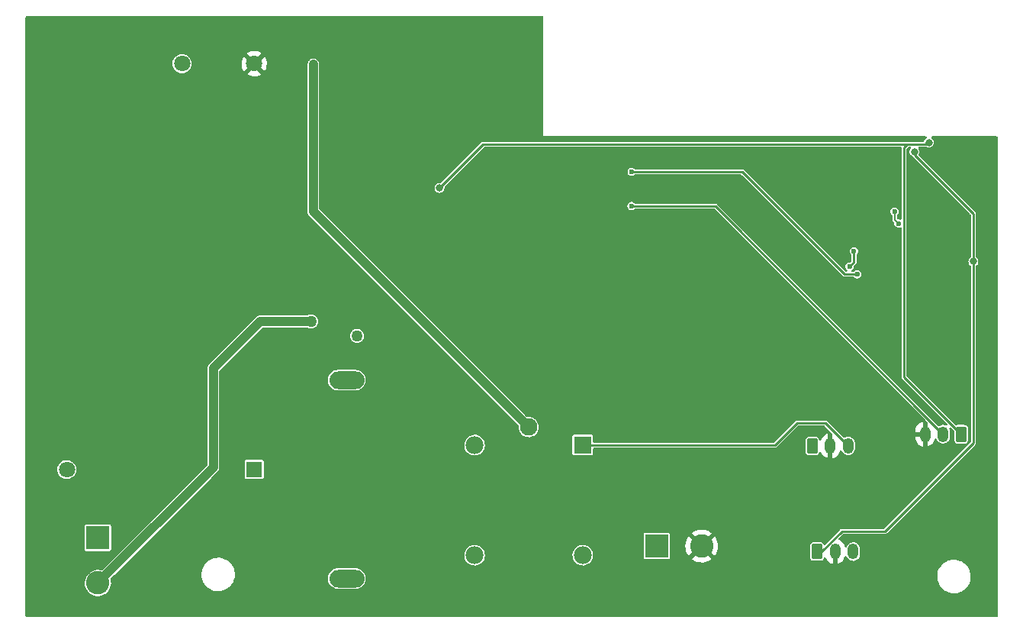
<source format=gbr>
%TF.GenerationSoftware,KiCad,Pcbnew,(6.0.0)*%
%TF.CreationDate,2022-03-31T09:21:52+03:00*%
%TF.ProjectId,FirePrevention,46697265-5072-4657-9665-6e74696f6e2e,rev?*%
%TF.SameCoordinates,Original*%
%TF.FileFunction,Copper,L2,Bot*%
%TF.FilePolarity,Positive*%
%FSLAX46Y46*%
G04 Gerber Fmt 4.6, Leading zero omitted, Abs format (unit mm)*
G04 Created by KiCad (PCBNEW (6.0.0)) date 2022-03-31 09:21:52*
%MOMM*%
%LPD*%
G01*
G04 APERTURE LIST*
G04 Aperture macros list*
%AMRoundRect*
0 Rectangle with rounded corners*
0 $1 Rounding radius*
0 $2 $3 $4 $5 $6 $7 $8 $9 X,Y pos of 4 corners*
0 Add a 4 corners polygon primitive as box body*
4,1,4,$2,$3,$4,$5,$6,$7,$8,$9,$2,$3,0*
0 Add four circle primitives for the rounded corners*
1,1,$1+$1,$2,$3*
1,1,$1+$1,$4,$5*
1,1,$1+$1,$6,$7*
1,1,$1+$1,$8,$9*
0 Add four rect primitives between the rounded corners*
20,1,$1+$1,$2,$3,$4,$5,0*
20,1,$1+$1,$4,$5,$6,$7,0*
20,1,$1+$1,$6,$7,$8,$9,0*
20,1,$1+$1,$8,$9,$2,$3,0*%
G04 Aperture macros list end*
%TA.AperFunction,ComponentPad*%
%ADD10R,1.800000X1.800000*%
%TD*%
%TA.AperFunction,ComponentPad*%
%ADD11C,1.800000*%
%TD*%
%TA.AperFunction,ComponentPad*%
%ADD12C,1.270000*%
%TD*%
%TA.AperFunction,ComponentPad*%
%ADD13O,3.900000X1.950000*%
%TD*%
%TA.AperFunction,ComponentPad*%
%ADD14RoundRect,0.250000X-0.350000X-0.625000X0.350000X-0.625000X0.350000X0.625000X-0.350000X0.625000X0*%
%TD*%
%TA.AperFunction,ComponentPad*%
%ADD15O,1.200000X1.750000*%
%TD*%
%TA.AperFunction,ComponentPad*%
%ADD16R,1.980000X1.980000*%
%TD*%
%TA.AperFunction,ComponentPad*%
%ADD17C,1.980000*%
%TD*%
%TA.AperFunction,ComponentPad*%
%ADD18C,1.935000*%
%TD*%
%TA.AperFunction,ComponentPad*%
%ADD19RoundRect,0.250000X0.350000X0.625000X-0.350000X0.625000X-0.350000X-0.625000X0.350000X-0.625000X0*%
%TD*%
%TA.AperFunction,ComponentPad*%
%ADD20R,2.600000X2.600000*%
%TD*%
%TA.AperFunction,ComponentPad*%
%ADD21C,2.600000*%
%TD*%
%TA.AperFunction,ViaPad*%
%ADD22C,0.800000*%
%TD*%
%TA.AperFunction,ViaPad*%
%ADD23C,0.600000*%
%TD*%
%TA.AperFunction,Conductor*%
%ADD24C,1.000000*%
%TD*%
%TA.AperFunction,Conductor*%
%ADD25C,0.250000*%
%TD*%
%TA.AperFunction,Conductor*%
%ADD26C,0.200000*%
%TD*%
G04 APERTURE END LIST*
D10*
%TO.P,PS1,1,VAC_IN_(N)*%
%TO.N,N*%
X116630000Y-116920000D03*
D11*
%TO.P,PS1,2,VAC_IN_(L)*%
%TO.N,Net-(C2-Pad1)*%
X95830000Y-116920000D03*
%TO.P,PS1,3,_+VOUT*%
%TO.N,+12V*%
X108630000Y-71920000D03*
%TO.P,PS1,4,-VOUT*%
%TO.N,GND*%
X116630000Y-71920000D03*
%TD*%
D12*
%TO.P,RV1,1*%
%TO.N,Net-(C2-Pad1)*%
X128050000Y-102100000D03*
%TO.P,RV1,2*%
%TO.N,N*%
X122950000Y-100500000D03*
%TD*%
D13*
%TO.P,F1,P$1*%
%TO.N,L*%
X126906750Y-129000000D03*
%TO.P,F1,P$2*%
%TO.N,Net-(C2-Pad1)*%
X126906750Y-107000000D03*
%TD*%
D14*
%TO.P,J4,1,Pin_1*%
%TO.N,+5V*%
X179110000Y-126020000D03*
D15*
%TO.P,J4,2,Pin_2*%
%TO.N,GND*%
X181110000Y-126020000D03*
%TO.P,J4,3,Pin_3*%
%TO.N,GAS_SENSOR_A*%
X183110000Y-126020000D03*
%TD*%
D16*
%TO.P,K1,A1*%
%TO.N,+5V*%
X153100000Y-114212500D03*
D17*
%TO.P,K1,A2*%
%TO.N,Net-(D5-Pad1)*%
X141100000Y-114212500D03*
D18*
%TO.P,K1,COM*%
%TO.N,+12V*%
X147100000Y-112212500D03*
D17*
%TO.P,K1,NC*%
%TO.N,unconnected-(K1-PadNC)*%
X153100000Y-126412500D03*
%TO.P,K1,NO*%
%TO.N,ALARM*%
X141100000Y-126412500D03*
%TD*%
D14*
%TO.P,J3,1,Pin_1*%
%TO.N,FLAME_SENSOR_A*%
X178560000Y-114300000D03*
D15*
%TO.P,J3,2,Pin_2*%
%TO.N,GND*%
X180560000Y-114300000D03*
%TO.P,J3,3,Pin_3*%
%TO.N,+5V*%
X182560000Y-114300000D03*
%TD*%
D19*
%TO.P,J6,1,Pin_1*%
%TO.N,+3V3*%
X195100000Y-113000000D03*
D15*
%TO.P,J6,2,Pin_2*%
%TO.N,TEMPERATURE_SENSOR*%
X193100000Y-113000000D03*
%TO.P,J6,3,Pin_3*%
%TO.N,GND*%
X191100000Y-113000000D03*
%TD*%
D20*
%TO.P,J1,1,Pin_1*%
%TO.N,L*%
X99295000Y-124500000D03*
D21*
%TO.P,J1,2,Pin_2*%
%TO.N,N*%
X99295000Y-129500000D03*
%TD*%
D20*
%TO.P,J5,1,Pin_1*%
%TO.N,ALARM*%
X161300000Y-125405000D03*
D21*
%TO.P,J5,2,Pin_2*%
%TO.N,GND*%
X166300000Y-125405000D03*
%TD*%
D22*
%TO.N,+12V*%
X123200000Y-72000000D03*
D23*
%TO.N,GND*%
X164380000Y-94500000D03*
X188310000Y-117550000D03*
X182010000Y-108390000D03*
X165780000Y-116140000D03*
X126090000Y-87300000D03*
X149300000Y-101080000D03*
X134900000Y-78490000D03*
X122380000Y-91420000D03*
X129420000Y-90940000D03*
X192680000Y-98090000D03*
X191550000Y-85870000D03*
X138200000Y-107970000D03*
X167700000Y-102380000D03*
X190020000Y-125400000D03*
X152940000Y-94840000D03*
X171610000Y-125040000D03*
X133580000Y-86400000D03*
X141010000Y-101510000D03*
X130960000Y-72980000D03*
X179050000Y-82540000D03*
X96150000Y-71280000D03*
X138990000Y-92710000D03*
X125190000Y-82270000D03*
X192260000Y-104540000D03*
X127270000Y-96280000D03*
X135070000Y-82660000D03*
X136110000Y-94300000D03*
X146110000Y-93050000D03*
X152870000Y-106660000D03*
X127410000Y-78940000D03*
X131050000Y-78560000D03*
X177850000Y-94240000D03*
X139790000Y-97560000D03*
X190620000Y-83820000D03*
X138850000Y-88440000D03*
D22*
%TO.N,+5V*%
X189920000Y-81690000D03*
X196450000Y-93850000D03*
%TO.N,+3V3*%
X137200000Y-85700000D03*
X191510000Y-80650000D03*
D23*
%TO.N,EN*%
X158520000Y-83920000D03*
X183560000Y-95270000D03*
%TO.N,/USB_DN*%
X188120000Y-89627500D03*
X187700000Y-88300000D03*
%TO.N,TEMPERATURE_SENSOR*%
X158500000Y-87700000D03*
%TO.N,/RTS*%
X183200000Y-92700000D03*
X182700000Y-94400000D03*
%TD*%
D24*
%TO.N,+12V*%
X123200000Y-72000000D02*
X123200000Y-88312500D01*
X123200000Y-88312500D02*
X147100000Y-112212500D01*
%TO.N,N*%
X112100000Y-105700000D02*
X117300000Y-100500000D01*
X112100000Y-116695000D02*
X112100000Y-105700000D01*
X117300000Y-100500000D02*
X122950000Y-100500000D01*
X99295000Y-129500000D02*
X112100000Y-116695000D01*
D25*
%TO.N,+5V*%
X189920000Y-82020000D02*
X189920000Y-81690000D01*
X153100000Y-114212500D02*
X174417500Y-114212500D01*
X196450000Y-88550000D02*
X189920000Y-82020000D01*
X186640000Y-123770000D02*
X196450000Y-113960000D01*
X176870000Y-111760000D02*
X180020000Y-111760000D01*
X196450000Y-93850000D02*
X196450000Y-88550000D01*
X179629355Y-126020000D02*
X181879355Y-123770000D01*
X174417500Y-114212500D02*
X176870000Y-111760000D01*
X196450000Y-113960000D02*
X196450000Y-93850000D01*
X180020000Y-111760000D02*
X182560000Y-114300000D01*
X181879355Y-123770000D02*
X186640000Y-123770000D01*
X179110000Y-126020000D02*
X179629355Y-126020000D01*
%TO.N,+3V3*%
X191312511Y-80847489D02*
X142052511Y-80847489D01*
X191510000Y-80650000D02*
X191312511Y-80847489D01*
X189129720Y-80847489D02*
X188747489Y-81229720D01*
X142052511Y-80847489D02*
X137200000Y-85700000D01*
X188747489Y-106647489D02*
X195100000Y-113000000D01*
X188747489Y-81229720D02*
X188747489Y-106647489D01*
%TO.N,EN*%
X182160000Y-95260000D02*
X170820000Y-83920000D01*
X170820000Y-83920000D02*
X158520000Y-83920000D01*
X183550000Y-95260000D02*
X182160000Y-95260000D01*
X183560000Y-95270000D02*
X183550000Y-95260000D01*
D26*
%TO.N,/USB_DN*%
X187700000Y-89207500D02*
X188120000Y-89627500D01*
X187700000Y-88300000D02*
X187700000Y-89207500D01*
D25*
%TO.N,TEMPERATURE_SENSOR*%
X167800000Y-87700000D02*
X193100000Y-113000000D01*
X158500000Y-87700000D02*
X167800000Y-87700000D01*
%TO.N,/RTS*%
X183200000Y-92700000D02*
X183200000Y-93900000D01*
X183200000Y-93900000D02*
X182700000Y-94400000D01*
%TD*%
%TA.AperFunction,Conductor*%
%TO.N,GND*%
G36*
X148672121Y-66670002D02*
G01*
X148718614Y-66723658D01*
X148730000Y-66776000D01*
X148730000Y-79960000D01*
X191133747Y-79960000D01*
X191201868Y-79980002D01*
X191248361Y-80033658D01*
X191258465Y-80103932D01*
X191228971Y-80168512D01*
X191210451Y-80185962D01*
X191117379Y-80257379D01*
X191029139Y-80372375D01*
X191025979Y-80380005D01*
X190978675Y-80494207D01*
X190934127Y-80549488D01*
X190862266Y-80571989D01*
X189169263Y-80571989D01*
X189144681Y-80569568D01*
X189141891Y-80569013D01*
X189129720Y-80566592D01*
X189117549Y-80569013D01*
X189117547Y-80569013D01*
X189114757Y-80569568D01*
X189090177Y-80571989D01*
X142092054Y-80571989D01*
X142067472Y-80569568D01*
X142064682Y-80569013D01*
X142052511Y-80566592D01*
X142040340Y-80569013D01*
X142025379Y-80571989D01*
X142025378Y-80571989D01*
X141945016Y-80587974D01*
X141903046Y-80616018D01*
X141903046Y-80616017D01*
X141903043Y-80616020D01*
X141876889Y-80633495D01*
X141874322Y-80629654D01*
X141874321Y-80629655D01*
X141876888Y-80633496D01*
X141853887Y-80648865D01*
X141846996Y-80659178D01*
X141845409Y-80661553D01*
X141829739Y-80680645D01*
X137390302Y-85120082D01*
X137327990Y-85154108D01*
X137284761Y-85155909D01*
X137208189Y-85145828D01*
X137208188Y-85145828D01*
X137200000Y-85144750D01*
X137056291Y-85163670D01*
X136922375Y-85219139D01*
X136807379Y-85307379D01*
X136719139Y-85422375D01*
X136663670Y-85556291D01*
X136644750Y-85700000D01*
X136663670Y-85843709D01*
X136719139Y-85977625D01*
X136807379Y-86092621D01*
X136922375Y-86180861D01*
X137056291Y-86236330D01*
X137200000Y-86255250D01*
X137343709Y-86236330D01*
X137477625Y-86180861D01*
X137592621Y-86092621D01*
X137680861Y-85977625D01*
X137736330Y-85843709D01*
X137755250Y-85700000D01*
X137744091Y-85615239D01*
X137755030Y-85545091D01*
X137779918Y-85509698D01*
X139375176Y-83914440D01*
X158064901Y-83914440D01*
X158066065Y-83923342D01*
X158066065Y-83923345D01*
X158080468Y-84033489D01*
X158080469Y-84033493D01*
X158081633Y-84042394D01*
X158133605Y-84160510D01*
X158139382Y-84167383D01*
X158139383Y-84167384D01*
X158194039Y-84232405D01*
X158216639Y-84259291D01*
X158324060Y-84330796D01*
X158447233Y-84369278D01*
X158456203Y-84369442D01*
X158456207Y-84369443D01*
X158514942Y-84370519D01*
X158576255Y-84371643D01*
X158638505Y-84354671D01*
X158692092Y-84340062D01*
X158692093Y-84340062D01*
X158700755Y-84337700D01*
X158708405Y-84333003D01*
X158708407Y-84333002D01*
X158803072Y-84274878D01*
X158803075Y-84274875D01*
X158810724Y-84270179D01*
X158820580Y-84259291D01*
X158840806Y-84236945D01*
X158901349Y-84199863D01*
X158934221Y-84195500D01*
X170653694Y-84195500D01*
X170721815Y-84215502D01*
X170742789Y-84232405D01*
X181937229Y-95426845D01*
X181952896Y-95445934D01*
X181961376Y-95458624D01*
X181971689Y-95465515D01*
X181984377Y-95473993D01*
X181982788Y-95476370D01*
X181982790Y-95476371D01*
X181984378Y-95473994D01*
X182010532Y-95491469D01*
X182010534Y-95491472D01*
X182010535Y-95491471D01*
X182052505Y-95519515D01*
X182064674Y-95521936D01*
X182064675Y-95521936D01*
X182132867Y-95535500D01*
X182147828Y-95538476D01*
X182147829Y-95538476D01*
X182160000Y-95540897D01*
X182172171Y-95538476D01*
X182172173Y-95538476D01*
X182174963Y-95537921D01*
X182199543Y-95535500D01*
X183135923Y-95535500D01*
X183204044Y-95555502D01*
X183232374Y-95580425D01*
X183250861Y-95602419D01*
X183250867Y-95602424D01*
X183256639Y-95609291D01*
X183364060Y-95680796D01*
X183487233Y-95719278D01*
X183496203Y-95719442D01*
X183496207Y-95719443D01*
X183554942Y-95720519D01*
X183616255Y-95721643D01*
X183678505Y-95704672D01*
X183732092Y-95690062D01*
X183732093Y-95690062D01*
X183740755Y-95687700D01*
X183748405Y-95683003D01*
X183748407Y-95683002D01*
X183843072Y-95624878D01*
X183843075Y-95624875D01*
X183850724Y-95620179D01*
X183856750Y-95613522D01*
X183931300Y-95531161D01*
X183931303Y-95531157D01*
X183937322Y-95524507D01*
X183993588Y-95408375D01*
X184014997Y-95281120D01*
X184015133Y-95270000D01*
X183996839Y-95142259D01*
X183943428Y-95024788D01*
X183872554Y-94942534D01*
X183865051Y-94933826D01*
X183865049Y-94933824D01*
X183859193Y-94927028D01*
X183750906Y-94856841D01*
X183742311Y-94854271D01*
X183742310Y-94854270D01*
X183635874Y-94822438D01*
X183635872Y-94822438D01*
X183627273Y-94819866D01*
X183618298Y-94819811D01*
X183618297Y-94819811D01*
X183563641Y-94819477D01*
X183498231Y-94819078D01*
X183486475Y-94822438D01*
X183382786Y-94852072D01*
X183382784Y-94852073D01*
X183374155Y-94854539D01*
X183366565Y-94859328D01*
X183284921Y-94910842D01*
X183265019Y-94923399D01*
X183259075Y-94930129D01*
X183259074Y-94930130D01*
X183248671Y-94941909D01*
X183188585Y-94979726D01*
X183154231Y-94984500D01*
X183055111Y-94984500D01*
X182986990Y-94964498D01*
X182940497Y-94910842D01*
X182930393Y-94840568D01*
X182959887Y-94775988D01*
X182976929Y-94761525D01*
X182976168Y-94760609D01*
X182983072Y-94754877D01*
X182990724Y-94750179D01*
X182996750Y-94743522D01*
X183071300Y-94661161D01*
X183071303Y-94661157D01*
X183077322Y-94654507D01*
X183133588Y-94538375D01*
X183154997Y-94411120D01*
X183155133Y-94400000D01*
X183154510Y-94395649D01*
X183170018Y-94326497D01*
X183191121Y-94298495D01*
X183366844Y-94122772D01*
X183385936Y-94107102D01*
X183388307Y-94105518D01*
X183388308Y-94105517D01*
X183398624Y-94098624D01*
X183459515Y-94007495D01*
X183475500Y-93927133D01*
X183475500Y-93927132D01*
X183478476Y-93912172D01*
X183478476Y-93912171D01*
X183480897Y-93900000D01*
X183477921Y-93885037D01*
X183475500Y-93860457D01*
X183475500Y-93115554D01*
X183495502Y-93047433D01*
X183508085Y-93030999D01*
X183571299Y-92961161D01*
X183577322Y-92954507D01*
X183633588Y-92838375D01*
X183654997Y-92711120D01*
X183655133Y-92700000D01*
X183636839Y-92572259D01*
X183583428Y-92454788D01*
X183499193Y-92357028D01*
X183390906Y-92286841D01*
X183382311Y-92284271D01*
X183382310Y-92284270D01*
X183275874Y-92252438D01*
X183275872Y-92252438D01*
X183267273Y-92249866D01*
X183258298Y-92249811D01*
X183258297Y-92249811D01*
X183203641Y-92249477D01*
X183138231Y-92249078D01*
X183126475Y-92252438D01*
X183022786Y-92282072D01*
X183022784Y-92282073D01*
X183014155Y-92284539D01*
X182905019Y-92353399D01*
X182819596Y-92450122D01*
X182815782Y-92458245D01*
X182815781Y-92458247D01*
X182789794Y-92513598D01*
X182764754Y-92566932D01*
X182763374Y-92575798D01*
X182746282Y-92685567D01*
X182746282Y-92685571D01*
X182744901Y-92694440D01*
X182746065Y-92703342D01*
X182746065Y-92703345D01*
X182760468Y-92813489D01*
X182760469Y-92813493D01*
X182761633Y-92822394D01*
X182813605Y-92940510D01*
X182819382Y-92947383D01*
X182819383Y-92947384D01*
X182894951Y-93037283D01*
X182923472Y-93102298D01*
X182924500Y-93118358D01*
X182924500Y-93733694D01*
X182904498Y-93801815D01*
X182887595Y-93822789D01*
X182797783Y-93912601D01*
X182735471Y-93946627D01*
X182707922Y-93949504D01*
X182638231Y-93949078D01*
X182576193Y-93966809D01*
X182522786Y-93982072D01*
X182522784Y-93982073D01*
X182514155Y-93984539D01*
X182497065Y-93995322D01*
X182461418Y-94017814D01*
X182405019Y-94053399D01*
X182399076Y-94060128D01*
X182399075Y-94060129D01*
X182358989Y-94105518D01*
X182319596Y-94150122D01*
X182264754Y-94266932D01*
X182263374Y-94275798D01*
X182246282Y-94385567D01*
X182246282Y-94385571D01*
X182244901Y-94394440D01*
X182246065Y-94403342D01*
X182246065Y-94403345D01*
X182260468Y-94513489D01*
X182260469Y-94513493D01*
X182261633Y-94522394D01*
X182313605Y-94640510D01*
X182396639Y-94739291D01*
X182418155Y-94753613D01*
X182463777Y-94808009D01*
X182472749Y-94878437D01*
X182442220Y-94942534D01*
X182381884Y-94979952D01*
X182348336Y-94984500D01*
X182326306Y-94984500D01*
X182258185Y-94964498D01*
X182237211Y-94947595D01*
X171042772Y-83753156D01*
X171027102Y-83734064D01*
X171025515Y-83731689D01*
X171018624Y-83721376D01*
X170995623Y-83706007D01*
X170997212Y-83703630D01*
X170997210Y-83703629D01*
X170995622Y-83706006D01*
X170969468Y-83688531D01*
X170969466Y-83688528D01*
X170969465Y-83688529D01*
X170937811Y-83667378D01*
X170927495Y-83660485D01*
X170915326Y-83658064D01*
X170915325Y-83658064D01*
X170847133Y-83644500D01*
X170832172Y-83641524D01*
X170832171Y-83641524D01*
X170820000Y-83639103D01*
X170807829Y-83641524D01*
X170805039Y-83642079D01*
X170780457Y-83644500D01*
X158935084Y-83644500D01*
X158866963Y-83624498D01*
X158839630Y-83600746D01*
X158825054Y-83583829D01*
X158825050Y-83583826D01*
X158819193Y-83577028D01*
X158710906Y-83506841D01*
X158702311Y-83504271D01*
X158702310Y-83504270D01*
X158595874Y-83472438D01*
X158595872Y-83472438D01*
X158587273Y-83469866D01*
X158578298Y-83469811D01*
X158578297Y-83469811D01*
X158523641Y-83469477D01*
X158458231Y-83469078D01*
X158446475Y-83472438D01*
X158342786Y-83502072D01*
X158342784Y-83502073D01*
X158334155Y-83504539D01*
X158225019Y-83573399D01*
X158219076Y-83580128D01*
X158219075Y-83580129D01*
X158200867Y-83600746D01*
X158139596Y-83670122D01*
X158135782Y-83678245D01*
X158135781Y-83678247D01*
X158122748Y-83706007D01*
X158084754Y-83786932D01*
X158083374Y-83795798D01*
X158066282Y-83905567D01*
X158066282Y-83905571D01*
X158064901Y-83914440D01*
X139375176Y-83914440D01*
X142129722Y-81159894D01*
X142192034Y-81125868D01*
X142218817Y-81122989D01*
X188343013Y-81122989D01*
X188411134Y-81142991D01*
X188457627Y-81196647D01*
X188464895Y-81230058D01*
X188466592Y-81229720D01*
X188469568Y-81244681D01*
X188471989Y-81269263D01*
X188471989Y-89093319D01*
X188451987Y-89161440D01*
X188398331Y-89207933D01*
X188328057Y-89218037D01*
X188309886Y-89214036D01*
X188195874Y-89179938D01*
X188195872Y-89179938D01*
X188187273Y-89177366D01*
X188178298Y-89177311D01*
X188178297Y-89177311D01*
X188118743Y-89176948D01*
X188075731Y-89176685D01*
X188007733Y-89156267D01*
X187961569Y-89102329D01*
X187950500Y-89050687D01*
X187950500Y-88741076D01*
X187970502Y-88672955D01*
X187990589Y-88650262D01*
X187990724Y-88650179D01*
X188036537Y-88599566D01*
X188071300Y-88561161D01*
X188071303Y-88561157D01*
X188077322Y-88554507D01*
X188133588Y-88438375D01*
X188146490Y-88361689D01*
X188154190Y-88315917D01*
X188154997Y-88311120D01*
X188155133Y-88300000D01*
X188136839Y-88172259D01*
X188130724Y-88158809D01*
X188087145Y-88062962D01*
X188087143Y-88062959D01*
X188083428Y-88054788D01*
X188018869Y-87979863D01*
X188005051Y-87963826D01*
X188005049Y-87963824D01*
X187999193Y-87957028D01*
X187890906Y-87886841D01*
X187882311Y-87884271D01*
X187882310Y-87884270D01*
X187775874Y-87852438D01*
X187775872Y-87852438D01*
X187767273Y-87849866D01*
X187758298Y-87849811D01*
X187758297Y-87849811D01*
X187703641Y-87849477D01*
X187638231Y-87849078D01*
X187626475Y-87852438D01*
X187522786Y-87882072D01*
X187522784Y-87882073D01*
X187514155Y-87884539D01*
X187506565Y-87889328D01*
X187438475Y-87932290D01*
X187405019Y-87953399D01*
X187399076Y-87960128D01*
X187399075Y-87960129D01*
X187348897Y-88016945D01*
X187319596Y-88050122D01*
X187315782Y-88058245D01*
X187315781Y-88058247D01*
X187293445Y-88105821D01*
X187264754Y-88166932D01*
X187263374Y-88175798D01*
X187246282Y-88285567D01*
X187246282Y-88285571D01*
X187244901Y-88294440D01*
X187246065Y-88303342D01*
X187246065Y-88303345D01*
X187260468Y-88413489D01*
X187260469Y-88413493D01*
X187261633Y-88422394D01*
X187313605Y-88540510D01*
X187319382Y-88547383D01*
X187319383Y-88547384D01*
X187390861Y-88632418D01*
X187390864Y-88632420D01*
X187396639Y-88639291D01*
X187404114Y-88644266D01*
X187407482Y-88647278D01*
X187444933Y-88707594D01*
X187449500Y-88741209D01*
X187449500Y-89170415D01*
X187447079Y-89194996D01*
X187444592Y-89207500D01*
X187464034Y-89305241D01*
X187483943Y-89335036D01*
X187519399Y-89388101D01*
X187529714Y-89394993D01*
X187529719Y-89394998D01*
X187530005Y-89395189D01*
X187549094Y-89410856D01*
X187632487Y-89494249D01*
X187666513Y-89556561D01*
X187667892Y-89602727D01*
X187666282Y-89613065D01*
X187666282Y-89613071D01*
X187664901Y-89621940D01*
X187666065Y-89630842D01*
X187666065Y-89630845D01*
X187680468Y-89740989D01*
X187680469Y-89740993D01*
X187681633Y-89749894D01*
X187733605Y-89868010D01*
X187816639Y-89966791D01*
X187924060Y-90038296D01*
X188047233Y-90076778D01*
X188056203Y-90076942D01*
X188056207Y-90076943D01*
X188114942Y-90078019D01*
X188176255Y-90079143D01*
X188238505Y-90062172D01*
X188292092Y-90047562D01*
X188292093Y-90047562D01*
X188300755Y-90045200D01*
X188300781Y-90045297D01*
X188366407Y-90037195D01*
X188430386Y-90067972D01*
X188467570Y-90128453D01*
X188471989Y-90161530D01*
X188471989Y-106607946D01*
X188469568Y-106632528D01*
X188466592Y-106647489D01*
X188471989Y-106674621D01*
X188471989Y-106674622D01*
X188487974Y-106754984D01*
X188548865Y-106846113D01*
X188559181Y-106853006D01*
X188559182Y-106853007D01*
X188561553Y-106854591D01*
X188580645Y-106870261D01*
X193537256Y-111826872D01*
X193571282Y-111889184D01*
X193566217Y-111959999D01*
X193523670Y-112016835D01*
X193457150Y-112041646D01*
X193401379Y-112032108D01*
X193401298Y-112032061D01*
X193394294Y-112029940D01*
X193394290Y-112029938D01*
X193240813Y-111983455D01*
X193240814Y-111983455D01*
X193233807Y-111981333D01*
X193059138Y-111970497D01*
X193051922Y-111971737D01*
X193051920Y-111971737D01*
X192893875Y-111998894D01*
X192893873Y-111998895D01*
X192886660Y-112000134D01*
X192725627Y-112068654D01*
X192719734Y-112072991D01*
X192716428Y-112075424D01*
X192713782Y-112076386D01*
X192713374Y-112076619D01*
X192713334Y-112076549D01*
X192649706Y-112099689D01*
X192580458Y-112084030D01*
X192552652Y-112063036D01*
X168022772Y-87533156D01*
X168007102Y-87514064D01*
X168005515Y-87511689D01*
X167998624Y-87501376D01*
X167975623Y-87486007D01*
X167977212Y-87483630D01*
X167977210Y-87483629D01*
X167975622Y-87486006D01*
X167949468Y-87468531D01*
X167949466Y-87468528D01*
X167949465Y-87468529D01*
X167917811Y-87447378D01*
X167907495Y-87440485D01*
X167895326Y-87438064D01*
X167895325Y-87438064D01*
X167827133Y-87424500D01*
X167812172Y-87421524D01*
X167812171Y-87421524D01*
X167800000Y-87419103D01*
X167787829Y-87421524D01*
X167785039Y-87422079D01*
X167760457Y-87424500D01*
X158915084Y-87424500D01*
X158846963Y-87404498D01*
X158819630Y-87380746D01*
X158805054Y-87363829D01*
X158805050Y-87363826D01*
X158799193Y-87357028D01*
X158690906Y-87286841D01*
X158682311Y-87284271D01*
X158682310Y-87284270D01*
X158575874Y-87252438D01*
X158575872Y-87252438D01*
X158567273Y-87249866D01*
X158558298Y-87249811D01*
X158558297Y-87249811D01*
X158503641Y-87249477D01*
X158438231Y-87249078D01*
X158426475Y-87252438D01*
X158322786Y-87282072D01*
X158322784Y-87282073D01*
X158314155Y-87284539D01*
X158205019Y-87353399D01*
X158199076Y-87360128D01*
X158199075Y-87360129D01*
X158180867Y-87380746D01*
X158119596Y-87450122D01*
X158115782Y-87458245D01*
X158115781Y-87458247D01*
X158102748Y-87486007D01*
X158064754Y-87566932D01*
X158063374Y-87575798D01*
X158046282Y-87685567D01*
X158046282Y-87685571D01*
X158044901Y-87694440D01*
X158046065Y-87703342D01*
X158046065Y-87703345D01*
X158060468Y-87813489D01*
X158060469Y-87813493D01*
X158061633Y-87822394D01*
X158065250Y-87830614D01*
X158091085Y-87889328D01*
X158113605Y-87940510D01*
X158119382Y-87947383D01*
X158119383Y-87947384D01*
X158174039Y-88012405D01*
X158196639Y-88039291D01*
X158304060Y-88110796D01*
X158427233Y-88149278D01*
X158436203Y-88149442D01*
X158436207Y-88149443D01*
X158494942Y-88150519D01*
X158556255Y-88151643D01*
X158618505Y-88134672D01*
X158672092Y-88120062D01*
X158672093Y-88120062D01*
X158680755Y-88117700D01*
X158688405Y-88113003D01*
X158688407Y-88113002D01*
X158783072Y-88054878D01*
X158783075Y-88054875D01*
X158790724Y-88050179D01*
X158796866Y-88043394D01*
X158820806Y-88016945D01*
X158881349Y-87979863D01*
X158914221Y-87975500D01*
X167633694Y-87975500D01*
X167701815Y-87995502D01*
X167722789Y-88012405D01*
X191317095Y-111606711D01*
X191351121Y-111669023D01*
X191354000Y-111695806D01*
X191354000Y-114335402D01*
X191357973Y-114348933D01*
X191367399Y-114350288D01*
X191456537Y-114328806D01*
X191467832Y-114324917D01*
X191649382Y-114242371D01*
X191659724Y-114236424D01*
X191822397Y-114121032D01*
X191831425Y-114113239D01*
X191969342Y-113969169D01*
X191976738Y-113959804D01*
X192084921Y-113792259D01*
X192090417Y-113781655D01*
X192164961Y-113596688D01*
X192170058Y-113579482D01*
X192172725Y-113580272D01*
X192199992Y-113527765D01*
X192261582Y-113492448D01*
X192332488Y-113496036D01*
X192390198Y-113537389D01*
X192409364Y-113571993D01*
X192424369Y-113613331D01*
X192520323Y-113759685D01*
X192647372Y-113880040D01*
X192798702Y-113967939D01*
X192966193Y-114018667D01*
X193140862Y-114029503D01*
X193148078Y-114028263D01*
X193148080Y-114028263D01*
X193306125Y-114001106D01*
X193306127Y-114001105D01*
X193313340Y-113999866D01*
X193442192Y-113945039D01*
X193467640Y-113934211D01*
X193467641Y-113934211D01*
X193474373Y-113931346D01*
X193615324Y-113827617D01*
X193620063Y-113822039D01*
X193620066Y-113822036D01*
X193723893Y-113699824D01*
X193723896Y-113699820D01*
X193728632Y-113694245D01*
X193780317Y-113593026D01*
X193804892Y-113544900D01*
X193804893Y-113544898D01*
X193808219Y-113538384D01*
X193810818Y-113527765D01*
X193833111Y-113436658D01*
X193849815Y-113368394D01*
X193850500Y-113357352D01*
X193850500Y-112681178D01*
X193835343Y-112551172D01*
X193809538Y-112480079D01*
X193786001Y-112415237D01*
X193781560Y-112344380D01*
X193816133Y-112282369D01*
X193878742Y-112248894D01*
X193949510Y-112254583D01*
X193993535Y-112283151D01*
X194312595Y-112602211D01*
X194346621Y-112664523D01*
X194349500Y-112691306D01*
X194349501Y-113175949D01*
X194349501Y-113656518D01*
X194350276Y-113661409D01*
X194350276Y-113661412D01*
X194355386Y-113693675D01*
X194364354Y-113750304D01*
X194421950Y-113863342D01*
X194511658Y-113953050D01*
X194624696Y-114010646D01*
X194634485Y-114012196D01*
X194634487Y-114012197D01*
X194661849Y-114016530D01*
X194718481Y-114025500D01*
X195099922Y-114025500D01*
X195481518Y-114025499D01*
X195486412Y-114024724D01*
X195565506Y-114012198D01*
X195565508Y-114012197D01*
X195575304Y-114010646D01*
X195688342Y-113953050D01*
X195778050Y-113863342D01*
X195835646Y-113750304D01*
X195850500Y-113656519D01*
X195850499Y-112343482D01*
X195849724Y-112338588D01*
X195837198Y-112259494D01*
X195837197Y-112259492D01*
X195835646Y-112249696D01*
X195778050Y-112136658D01*
X195688342Y-112046950D01*
X195575304Y-111989354D01*
X195565515Y-111987804D01*
X195565513Y-111987803D01*
X195537642Y-111983389D01*
X195481519Y-111974500D01*
X195100078Y-111974500D01*
X194718482Y-111974501D01*
X194624696Y-111989354D01*
X194609725Y-111996982D01*
X194539951Y-112010087D01*
X194474166Y-111983389D01*
X194463427Y-111973811D01*
X189059894Y-106570278D01*
X189025868Y-106507966D01*
X189022989Y-106481183D01*
X189022989Y-81396026D01*
X189042991Y-81327905D01*
X189059894Y-81306931D01*
X189206931Y-81159894D01*
X189269243Y-81125868D01*
X189296026Y-81122989D01*
X189405691Y-81122989D01*
X189473812Y-81142991D01*
X189520305Y-81196647D01*
X189530409Y-81266921D01*
X189505653Y-81325692D01*
X189439139Y-81412375D01*
X189383670Y-81546291D01*
X189364750Y-81690000D01*
X189383670Y-81833709D01*
X189439139Y-81967625D01*
X189527379Y-82082621D01*
X189642375Y-82170861D01*
X189650005Y-82174021D01*
X189650006Y-82174022D01*
X189678389Y-82185778D01*
X189716400Y-82211176D01*
X189721376Y-82218624D01*
X189731692Y-82225517D01*
X189731693Y-82225518D01*
X189734064Y-82227102D01*
X189753156Y-82242772D01*
X196137595Y-88627211D01*
X196171621Y-88689523D01*
X196174500Y-88716306D01*
X196174500Y-93305373D01*
X196154498Y-93373494D01*
X196125205Y-93405334D01*
X196057379Y-93457379D01*
X195969139Y-93572375D01*
X195913670Y-93706291D01*
X195894750Y-93850000D01*
X195913670Y-93993709D01*
X195969139Y-94127625D01*
X196057379Y-94242621D01*
X196063929Y-94247647D01*
X196125204Y-94294665D01*
X196167071Y-94352003D01*
X196174500Y-94394627D01*
X196174500Y-113793694D01*
X196154498Y-113861815D01*
X196137595Y-113882789D01*
X186562789Y-123457595D01*
X186500477Y-123491621D01*
X186473694Y-123494500D01*
X181918897Y-123494500D01*
X181894317Y-123492079D01*
X181891527Y-123491524D01*
X181879355Y-123489103D01*
X181867183Y-123491524D01*
X181864393Y-123492079D01*
X181771861Y-123510484D01*
X181703733Y-123556006D01*
X181703732Y-123556007D01*
X181680731Y-123571376D01*
X181673840Y-123581689D01*
X181672253Y-123584064D01*
X181656583Y-123603156D01*
X180017015Y-125242724D01*
X179954703Y-125276750D01*
X179883888Y-125271685D01*
X179827052Y-125229138D01*
X179815653Y-125210832D01*
X179809097Y-125197964D01*
X179788050Y-125156658D01*
X179698342Y-125066950D01*
X179585304Y-125009354D01*
X179575515Y-125007804D01*
X179575513Y-125007803D01*
X179548059Y-125003455D01*
X179491519Y-124994500D01*
X179110078Y-124994500D01*
X178728482Y-124994501D01*
X178723589Y-124995276D01*
X178723588Y-124995276D01*
X178644494Y-125007802D01*
X178644492Y-125007803D01*
X178634696Y-125009354D01*
X178521658Y-125066950D01*
X178431950Y-125156658D01*
X178374354Y-125269696D01*
X178359500Y-125363481D01*
X178359501Y-126676518D01*
X178360276Y-126681411D01*
X178360276Y-126681412D01*
X178367320Y-126725887D01*
X178374354Y-126770304D01*
X178431950Y-126883342D01*
X178521658Y-126973050D01*
X178634696Y-127030646D01*
X178644485Y-127032196D01*
X178644487Y-127032197D01*
X178671849Y-127036530D01*
X178728481Y-127045500D01*
X179109922Y-127045500D01*
X179491518Y-127045499D01*
X179496412Y-127044724D01*
X179575506Y-127032198D01*
X179575508Y-127032197D01*
X179585304Y-127030646D01*
X179698342Y-126973050D01*
X179788050Y-126883342D01*
X179845646Y-126770304D01*
X179847244Y-126760216D01*
X179847400Y-126759886D01*
X179850262Y-126751079D01*
X179851400Y-126751449D01*
X179877654Y-126696063D01*
X179937922Y-126658534D01*
X180008911Y-126659546D01*
X180068084Y-126698777D01*
X180083709Y-126722232D01*
X180170619Y-126890978D01*
X180177069Y-126901024D01*
X180300262Y-127057857D01*
X180308499Y-127066506D01*
X180459123Y-127197212D01*
X180468847Y-127204147D01*
X180641467Y-127304010D01*
X180652331Y-127308984D01*
X180840727Y-127374407D01*
X180841716Y-127374648D01*
X180852008Y-127373180D01*
X180856000Y-127359615D01*
X180856000Y-125892000D01*
X180876002Y-125823879D01*
X180929658Y-125777386D01*
X180982000Y-125766000D01*
X181238000Y-125766000D01*
X181306121Y-125786002D01*
X181352614Y-125839658D01*
X181364000Y-125892000D01*
X181364000Y-127355402D01*
X181367973Y-127368933D01*
X181377399Y-127370288D01*
X181466537Y-127348806D01*
X181477832Y-127344917D01*
X181659382Y-127262371D01*
X181669724Y-127256424D01*
X181832397Y-127141032D01*
X181841425Y-127133239D01*
X181979342Y-126989169D01*
X181986738Y-126979804D01*
X182094921Y-126812259D01*
X182100417Y-126801655D01*
X182174961Y-126616688D01*
X182180058Y-126599482D01*
X182182725Y-126600272D01*
X182209992Y-126547765D01*
X182271582Y-126512448D01*
X182342488Y-126516036D01*
X182400198Y-126557389D01*
X182419364Y-126591993D01*
X182434369Y-126633331D01*
X182530323Y-126779685D01*
X182657372Y-126900040D01*
X182808702Y-126987939D01*
X182976193Y-127038667D01*
X183150862Y-127049503D01*
X183158078Y-127048263D01*
X183158080Y-127048263D01*
X183316125Y-127021106D01*
X183316127Y-127021105D01*
X183323340Y-127019866D01*
X183484373Y-126951346D01*
X183625324Y-126847617D01*
X183630063Y-126842039D01*
X183630066Y-126842036D01*
X183733893Y-126719824D01*
X183733896Y-126719820D01*
X183738632Y-126714245D01*
X183801218Y-126591678D01*
X183814892Y-126564900D01*
X183814893Y-126564898D01*
X183818219Y-126558384D01*
X183820818Y-126547765D01*
X183858480Y-126393848D01*
X183859815Y-126388394D01*
X183860500Y-126377352D01*
X183860500Y-125701178D01*
X183845343Y-125571172D01*
X183820890Y-125503804D01*
X183788128Y-125413548D01*
X183785631Y-125406669D01*
X183689677Y-125260315D01*
X183562628Y-125139960D01*
X183411298Y-125052061D01*
X183243807Y-125001333D01*
X183069138Y-124990497D01*
X183061922Y-124991737D01*
X183061920Y-124991737D01*
X182903875Y-125018894D01*
X182903873Y-125018895D01*
X182896660Y-125020134D01*
X182812985Y-125055738D01*
X182742746Y-125085625D01*
X182735627Y-125088654D01*
X182594676Y-125192383D01*
X182589937Y-125197961D01*
X182589934Y-125197964D01*
X182486107Y-125320176D01*
X182486104Y-125320180D01*
X182481368Y-125325755D01*
X182434361Y-125417812D01*
X182409639Y-125466227D01*
X182360845Y-125517800D01*
X182291916Y-125534806D01*
X182224734Y-125511846D01*
X182180630Y-125456210D01*
X182176517Y-125444396D01*
X182145127Y-125337399D01*
X182140698Y-125326325D01*
X182049381Y-125149022D01*
X182042931Y-125138976D01*
X181919738Y-124982143D01*
X181911501Y-124973494D01*
X181760877Y-124842788D01*
X181751153Y-124835853D01*
X181578533Y-124735990D01*
X181567664Y-124731013D01*
X181564829Y-124730029D01*
X181563603Y-124729154D01*
X181562216Y-124728519D01*
X181562338Y-124728252D01*
X181507038Y-124688789D01*
X181480718Y-124622851D01*
X181494225Y-124553151D01*
X181517065Y-124521906D01*
X181956566Y-124082405D01*
X182018878Y-124048379D01*
X182045661Y-124045500D01*
X186600457Y-124045500D01*
X186625039Y-124047921D01*
X186640000Y-124050897D01*
X186667132Y-124045500D01*
X186667133Y-124045500D01*
X186747495Y-124029515D01*
X186796911Y-123996496D01*
X186815622Y-123983994D01*
X186815623Y-123983993D01*
X186838624Y-123968624D01*
X186847104Y-123955934D01*
X186862771Y-123936845D01*
X196616844Y-114182772D01*
X196635936Y-114167102D01*
X196638307Y-114165518D01*
X196638308Y-114165517D01*
X196648624Y-114158624D01*
X196709515Y-114067495D01*
X196725500Y-113987133D01*
X196725500Y-113987132D01*
X196725956Y-113984841D01*
X196728476Y-113972172D01*
X196728476Y-113972171D01*
X196730897Y-113960000D01*
X196727921Y-113945039D01*
X196725500Y-113920457D01*
X196725500Y-94394627D01*
X196745502Y-94326506D01*
X196774796Y-94294665D01*
X196836071Y-94247647D01*
X196842621Y-94242621D01*
X196930861Y-94127625D01*
X196986330Y-93993709D01*
X197005250Y-93850000D01*
X196986330Y-93706291D01*
X196930861Y-93572375D01*
X196842621Y-93457379D01*
X196774796Y-93405334D01*
X196732929Y-93347997D01*
X196725500Y-93305373D01*
X196725500Y-88589542D01*
X196727921Y-88564962D01*
X196728476Y-88562172D01*
X196730897Y-88550000D01*
X196709516Y-88442506D01*
X196696078Y-88422394D01*
X196663994Y-88374378D01*
X196663993Y-88374377D01*
X196655515Y-88361689D01*
X196648624Y-88351376D01*
X196635936Y-88342898D01*
X196616844Y-88327228D01*
X190415869Y-82126253D01*
X190381843Y-82063941D01*
X190386908Y-81993126D01*
X190395839Y-81974170D01*
X190400861Y-81967625D01*
X190456330Y-81833709D01*
X190475250Y-81690000D01*
X190456330Y-81546291D01*
X190400861Y-81412375D01*
X190334347Y-81325692D01*
X190308746Y-81259473D01*
X190323010Y-81189924D01*
X190372611Y-81139128D01*
X190434309Y-81122989D01*
X191188307Y-81122989D01*
X191236524Y-81132580D01*
X191358657Y-81183168D01*
X191366291Y-81186330D01*
X191510000Y-81205250D01*
X191653709Y-81186330D01*
X191787625Y-81130861D01*
X191902621Y-81042621D01*
X191990861Y-80927625D01*
X192046330Y-80793709D01*
X192065250Y-80650000D01*
X192046330Y-80506291D01*
X191990861Y-80372375D01*
X191902621Y-80257379D01*
X191809549Y-80185962D01*
X191767682Y-80128624D01*
X191763460Y-80057753D01*
X191798224Y-79995850D01*
X191860937Y-79962569D01*
X191886253Y-79960000D01*
X199024000Y-79960000D01*
X199092121Y-79980002D01*
X199138614Y-80033658D01*
X199150000Y-80086000D01*
X199150000Y-133124000D01*
X199129998Y-133192121D01*
X199076342Y-133238614D01*
X199024000Y-133250000D01*
X91376000Y-133250000D01*
X91307879Y-133229998D01*
X91261386Y-133176342D01*
X91250000Y-133124000D01*
X91250000Y-129464440D01*
X97839963Y-129464440D01*
X97840260Y-129469592D01*
X97840260Y-129469596D01*
X97853396Y-129697403D01*
X97853397Y-129697409D01*
X97853694Y-129702562D01*
X97906131Y-129935245D01*
X97908075Y-129940032D01*
X97908076Y-129940036D01*
X97983273Y-130125224D01*
X97995867Y-130156239D01*
X98120493Y-130359609D01*
X98276660Y-130539894D01*
X98460176Y-130692252D01*
X98666112Y-130812591D01*
X98888937Y-130897680D01*
X98894005Y-130898711D01*
X98894008Y-130898712D01*
X99009267Y-130922162D01*
X99122666Y-130945233D01*
X99127839Y-130945423D01*
X99127842Y-130945423D01*
X99355861Y-130953784D01*
X99355865Y-130953784D01*
X99361025Y-130953973D01*
X99366146Y-130953317D01*
X99592489Y-130924321D01*
X99592490Y-130924321D01*
X99597609Y-130923665D01*
X99826068Y-130855125D01*
X100040264Y-130750191D01*
X100121492Y-130692252D01*
X100230242Y-130614681D01*
X100234445Y-130611683D01*
X100241120Y-130605032D01*
X100361926Y-130484646D01*
X100403397Y-130443320D01*
X100437202Y-130396276D01*
X100539564Y-130253823D01*
X100542582Y-130249623D01*
X100550011Y-130234593D01*
X100645969Y-130040437D01*
X100645970Y-130040435D01*
X100648263Y-130035795D01*
X100713541Y-129820938D01*
X100716098Y-129812521D01*
X100716098Y-129812520D01*
X100717600Y-129807577D01*
X100718275Y-129802451D01*
X100748296Y-129574421D01*
X100748297Y-129574414D01*
X100748733Y-129571099D01*
X100749050Y-129558145D01*
X100750389Y-129503364D01*
X100750389Y-129503360D01*
X100750471Y-129500000D01*
X100737340Y-129340285D01*
X100731351Y-129267435D01*
X100731350Y-129267429D01*
X100730927Y-129262284D01*
X100703557Y-129153317D01*
X100692466Y-129109161D01*
X100695271Y-129038220D01*
X100725575Y-128989371D01*
X101122851Y-128592095D01*
X110775028Y-128592095D01*
X110800534Y-128859431D01*
X110801619Y-128863865D01*
X110801620Y-128863871D01*
X110849899Y-129061171D01*
X110864364Y-129120285D01*
X110866076Y-129124511D01*
X110866077Y-129124515D01*
X110932506Y-129288519D01*
X110965182Y-129369192D01*
X111100875Y-129600938D01*
X111207195Y-129733884D01*
X111215225Y-129743925D01*
X111268601Y-129810669D01*
X111464846Y-129993991D01*
X111541288Y-130047021D01*
X111681746Y-130144461D01*
X111681751Y-130144464D01*
X111685499Y-130147064D01*
X111689584Y-130149096D01*
X111689587Y-130149098D01*
X111704247Y-130156391D01*
X111925938Y-130266680D01*
X111930272Y-130268101D01*
X111930275Y-130268102D01*
X112176793Y-130348915D01*
X112176798Y-130348916D01*
X112181126Y-130350335D01*
X112185617Y-130351115D01*
X112185618Y-130351115D01*
X112441936Y-130395620D01*
X112441944Y-130395621D01*
X112445717Y-130396276D01*
X112449554Y-130396467D01*
X112528996Y-130400422D01*
X112529004Y-130400422D01*
X112530567Y-130400500D01*
X112698223Y-130400500D01*
X112700491Y-130400335D01*
X112700503Y-130400335D01*
X112830823Y-130390879D01*
X112897846Y-130386016D01*
X112902301Y-130385032D01*
X112902304Y-130385032D01*
X113155620Y-130329105D01*
X113155624Y-130329104D01*
X113160080Y-130328120D01*
X113356184Y-130253823D01*
X113406941Y-130234593D01*
X113406944Y-130234592D01*
X113411211Y-130232975D01*
X113604824Y-130125432D01*
X113641983Y-130104792D01*
X113641984Y-130104792D01*
X113645976Y-130102574D01*
X113775425Y-130003782D01*
X113855833Y-129942417D01*
X113855837Y-129942413D01*
X113859458Y-129939650D01*
X114047185Y-129747614D01*
X114113466Y-129656554D01*
X114202538Y-129534183D01*
X114202540Y-129534180D01*
X114205225Y-129530491D01*
X114293735Y-129362260D01*
X114328140Y-129296868D01*
X114328143Y-129296862D01*
X114330265Y-129292828D01*
X114337113Y-129273438D01*
X114418165Y-129043916D01*
X114418165Y-129043915D01*
X114419688Y-129039603D01*
X114438380Y-128944769D01*
X124802480Y-128944769D01*
X124812409Y-129159306D01*
X124862728Y-129368094D01*
X124865210Y-129373552D01*
X124865211Y-129373556D01*
X124911721Y-129475849D01*
X124951619Y-129563600D01*
X125075876Y-129738770D01*
X125080199Y-129742909D01*
X125080203Y-129742913D01*
X125226685Y-129883139D01*
X125231015Y-129887284D01*
X125411439Y-130003782D01*
X125610637Y-130084061D01*
X125691242Y-130099802D01*
X125816975Y-130124356D01*
X125816978Y-130124356D01*
X125821421Y-130125224D01*
X125827064Y-130125500D01*
X127935414Y-130125500D01*
X128095545Y-130110222D01*
X128101301Y-130108533D01*
X128101303Y-130108533D01*
X128192370Y-130081817D01*
X128301626Y-130049765D01*
X128306954Y-130047021D01*
X128487226Y-129954175D01*
X128487229Y-129954173D01*
X128492557Y-129951429D01*
X128661448Y-129818763D01*
X128802205Y-129656554D01*
X128849721Y-129574421D01*
X128906746Y-129475849D01*
X128909751Y-129470655D01*
X128980203Y-129267774D01*
X128986076Y-129227272D01*
X129010159Y-129061171D01*
X129010159Y-129061168D01*
X129011020Y-129055231D01*
X129001091Y-128840694D01*
X128994199Y-128812095D01*
X192445028Y-128812095D01*
X192470534Y-129079431D01*
X192471619Y-129083865D01*
X192471620Y-129083871D01*
X192490079Y-129159306D01*
X192534364Y-129340285D01*
X192536076Y-129344511D01*
X192536077Y-129344515D01*
X192629199Y-129574421D01*
X192635182Y-129589192D01*
X192770875Y-129820938D01*
X192823933Y-129887284D01*
X192885225Y-129963925D01*
X192938601Y-130030669D01*
X193134846Y-130213991D01*
X193207865Y-130264646D01*
X193351746Y-130364461D01*
X193351751Y-130364464D01*
X193355499Y-130367064D01*
X193359584Y-130369096D01*
X193359587Y-130369098D01*
X193422708Y-130400500D01*
X193595938Y-130486680D01*
X193600272Y-130488101D01*
X193600275Y-130488102D01*
X193846793Y-130568915D01*
X193846798Y-130568916D01*
X193851126Y-130570335D01*
X193855617Y-130571115D01*
X193855618Y-130571115D01*
X194111936Y-130615620D01*
X194111944Y-130615621D01*
X194115717Y-130616276D01*
X194119554Y-130616467D01*
X194198996Y-130620422D01*
X194199004Y-130620422D01*
X194200567Y-130620500D01*
X194368223Y-130620500D01*
X194370491Y-130620335D01*
X194370503Y-130620335D01*
X194500823Y-130610879D01*
X194567846Y-130606016D01*
X194572301Y-130605032D01*
X194572304Y-130605032D01*
X194825620Y-130549105D01*
X194825624Y-130549104D01*
X194830080Y-130548120D01*
X194997617Y-130484646D01*
X195076941Y-130454593D01*
X195076944Y-130454592D01*
X195081211Y-130452975D01*
X195265997Y-130350335D01*
X195311983Y-130324792D01*
X195311984Y-130324792D01*
X195315976Y-130322574D01*
X195411565Y-130249623D01*
X195525833Y-130162417D01*
X195525837Y-130162413D01*
X195529458Y-130159650D01*
X195532793Y-130156239D01*
X195679636Y-130006025D01*
X195717185Y-129967614D01*
X195821352Y-129824505D01*
X195872538Y-129754183D01*
X195872540Y-129754180D01*
X195875225Y-129750491D01*
X195953908Y-129600938D01*
X195998140Y-129516868D01*
X195998143Y-129516862D01*
X196000265Y-129512828D01*
X196017160Y-129464987D01*
X196088165Y-129263916D01*
X196088165Y-129263915D01*
X196089688Y-129259603D01*
X196117148Y-129120285D01*
X196140739Y-129000594D01*
X196140740Y-129000588D01*
X196141620Y-128996122D01*
X196143878Y-128950766D01*
X196154745Y-128732474D01*
X196154745Y-128732468D01*
X196154972Y-128727905D01*
X196129466Y-128460569D01*
X196122357Y-128431513D01*
X196066721Y-128204149D01*
X196065636Y-128199715D01*
X196023818Y-128096470D01*
X195966531Y-127955037D01*
X195966531Y-127955036D01*
X195964818Y-127950808D01*
X195829125Y-127719062D01*
X195718211Y-127580371D01*
X195664251Y-127512897D01*
X195664250Y-127512895D01*
X195661399Y-127509331D01*
X195465154Y-127326009D01*
X195321131Y-127226096D01*
X195248254Y-127175539D01*
X195248249Y-127175536D01*
X195244501Y-127172936D01*
X195240416Y-127170904D01*
X195240413Y-127170902D01*
X195068560Y-127085407D01*
X195004062Y-127053320D01*
X194999728Y-127051899D01*
X194999725Y-127051898D01*
X194753207Y-126971085D01*
X194753202Y-126971084D01*
X194748874Y-126969665D01*
X194727991Y-126966039D01*
X194488064Y-126924380D01*
X194488056Y-126924379D01*
X194484283Y-126923724D01*
X194475622Y-126923293D01*
X194401004Y-126919578D01*
X194400996Y-126919578D01*
X194399433Y-126919500D01*
X194231777Y-126919500D01*
X194229509Y-126919665D01*
X194229497Y-126919665D01*
X194099177Y-126929121D01*
X194032154Y-126933984D01*
X194027699Y-126934968D01*
X194027696Y-126934968D01*
X193774380Y-126990895D01*
X193774376Y-126990896D01*
X193769920Y-126991880D01*
X193652029Y-127036545D01*
X193523059Y-127085407D01*
X193523056Y-127085408D01*
X193518789Y-127087025D01*
X193421559Y-127141032D01*
X193305416Y-127205544D01*
X193284024Y-127217426D01*
X193272664Y-127226096D01*
X193074167Y-127377583D01*
X193074163Y-127377587D01*
X193070542Y-127380350D01*
X192882815Y-127572386D01*
X192880130Y-127576075D01*
X192770370Y-127726869D01*
X192724775Y-127789509D01*
X192672321Y-127889208D01*
X192601860Y-128023132D01*
X192601857Y-128023138D01*
X192599735Y-128027172D01*
X192598215Y-128031477D01*
X192598213Y-128031481D01*
X192515396Y-128266001D01*
X192510312Y-128280397D01*
X192501742Y-128323878D01*
X192464570Y-128512474D01*
X192458380Y-128543878D01*
X192458153Y-128548431D01*
X192458153Y-128548434D01*
X192446572Y-128781082D01*
X192445028Y-128812095D01*
X128994199Y-128812095D01*
X128952178Y-128637740D01*
X128950772Y-128631906D01*
X128930953Y-128588315D01*
X128892321Y-128503349D01*
X128861881Y-128436400D01*
X128748161Y-128276084D01*
X128741090Y-128266116D01*
X128741089Y-128266115D01*
X128737624Y-128261230D01*
X128733301Y-128257091D01*
X128733297Y-128257087D01*
X128586815Y-128116861D01*
X128586814Y-128116861D01*
X128582485Y-128112716D01*
X128402061Y-127996218D01*
X128202863Y-127915939D01*
X128068900Y-127889778D01*
X127996525Y-127875644D01*
X127996522Y-127875644D01*
X127992079Y-127874776D01*
X127986436Y-127874500D01*
X125878086Y-127874500D01*
X125717955Y-127889778D01*
X125712199Y-127891467D01*
X125712197Y-127891467D01*
X125632699Y-127914789D01*
X125511874Y-127950235D01*
X125506547Y-127952979D01*
X125506546Y-127952979D01*
X125326274Y-128045825D01*
X125326271Y-128045827D01*
X125320943Y-128048571D01*
X125152052Y-128181237D01*
X125011295Y-128343446D01*
X124903749Y-128529345D01*
X124833297Y-128732226D01*
X124832437Y-128738159D01*
X124832436Y-128738162D01*
X124803341Y-128938829D01*
X124802480Y-128944769D01*
X114438380Y-128944769D01*
X114456097Y-128854879D01*
X114470739Y-128780594D01*
X114470740Y-128780588D01*
X114471620Y-128776122D01*
X114473805Y-128732226D01*
X114484745Y-128512474D01*
X114484745Y-128512468D01*
X114484972Y-128507905D01*
X114459466Y-128240569D01*
X114450555Y-128204149D01*
X114396721Y-127984149D01*
X114395636Y-127979715D01*
X114385641Y-127955037D01*
X114296531Y-127735037D01*
X114296531Y-127735036D01*
X114294818Y-127730808D01*
X114159125Y-127499062D01*
X114045070Y-127356443D01*
X113994251Y-127292897D01*
X113994250Y-127292895D01*
X113991399Y-127289331D01*
X113795154Y-127106009D01*
X113664055Y-127015062D01*
X113578254Y-126955539D01*
X113578249Y-126955536D01*
X113574501Y-126952936D01*
X113570416Y-126950904D01*
X113570413Y-126950902D01*
X113434611Y-126883342D01*
X113334062Y-126833320D01*
X113329728Y-126831899D01*
X113329725Y-126831898D01*
X113083207Y-126751085D01*
X113083202Y-126751084D01*
X113078874Y-126749665D01*
X113074382Y-126748885D01*
X112818064Y-126704380D01*
X112818056Y-126704379D01*
X112814283Y-126703724D01*
X112805622Y-126703293D01*
X112731004Y-126699578D01*
X112730996Y-126699578D01*
X112729433Y-126699500D01*
X112561777Y-126699500D01*
X112559509Y-126699665D01*
X112559497Y-126699665D01*
X112429177Y-126709121D01*
X112362154Y-126713984D01*
X112357699Y-126714968D01*
X112357696Y-126714968D01*
X112104380Y-126770895D01*
X112104376Y-126770896D01*
X112099920Y-126771880D01*
X111990055Y-126813504D01*
X111853059Y-126865407D01*
X111853056Y-126865408D01*
X111848789Y-126867025D01*
X111819413Y-126883342D01*
X111637724Y-126984262D01*
X111614024Y-126997426D01*
X111582996Y-127021106D01*
X111404167Y-127157583D01*
X111404163Y-127157587D01*
X111400542Y-127160350D01*
X111397357Y-127163608D01*
X111397356Y-127163609D01*
X111336271Y-127226096D01*
X111212815Y-127352386D01*
X111190088Y-127383609D01*
X111070368Y-127548087D01*
X111054775Y-127569509D01*
X110995341Y-127682475D01*
X110931860Y-127803132D01*
X110931857Y-127803138D01*
X110929735Y-127807172D01*
X110928215Y-127811477D01*
X110928213Y-127811481D01*
X110868804Y-127979715D01*
X110840312Y-128060397D01*
X110815601Y-128185768D01*
X110796067Y-128284879D01*
X110788380Y-128323878D01*
X110788153Y-128328431D01*
X110788153Y-128328434D01*
X110775429Y-128584042D01*
X110775028Y-128592095D01*
X101122851Y-128592095D01*
X103332429Y-126382517D01*
X139955006Y-126382517D01*
X139968716Y-126591678D01*
X140020312Y-126794838D01*
X140108067Y-126985193D01*
X140229042Y-127156369D01*
X140379185Y-127302632D01*
X140383981Y-127305837D01*
X140383984Y-127305839D01*
X140464466Y-127359615D01*
X140553469Y-127419085D01*
X140558772Y-127421363D01*
X140558775Y-127421365D01*
X140731318Y-127495495D01*
X140746056Y-127501827D01*
X140794979Y-127512897D01*
X140944860Y-127546812D01*
X140944865Y-127546813D01*
X140950497Y-127548087D01*
X140956268Y-127548314D01*
X140956270Y-127548314D01*
X141020866Y-127550852D01*
X141159945Y-127556316D01*
X141265091Y-127541071D01*
X141361664Y-127527069D01*
X141361669Y-127527068D01*
X141367385Y-127526239D01*
X141372857Y-127524381D01*
X141372859Y-127524381D01*
X141560406Y-127460717D01*
X141560408Y-127460716D01*
X141565870Y-127458862D01*
X141706065Y-127380350D01*
X141743717Y-127359264D01*
X141743718Y-127359263D01*
X141748754Y-127356443D01*
X141757551Y-127349127D01*
X141905478Y-127226096D01*
X141909910Y-127222410D01*
X142008882Y-127103410D01*
X142040252Y-127065692D01*
X142040252Y-127065691D01*
X142043943Y-127061254D01*
X142146362Y-126878370D01*
X142149618Y-126868780D01*
X142211881Y-126685359D01*
X142211881Y-126685357D01*
X142213739Y-126679885D01*
X142214568Y-126674169D01*
X142214569Y-126674164D01*
X142241467Y-126488644D01*
X142243816Y-126472445D01*
X142245386Y-126412500D01*
X142242631Y-126382517D01*
X151955006Y-126382517D01*
X151968716Y-126591678D01*
X152020312Y-126794838D01*
X152108067Y-126985193D01*
X152229042Y-127156369D01*
X152379185Y-127302632D01*
X152383981Y-127305837D01*
X152383984Y-127305839D01*
X152464466Y-127359615D01*
X152553469Y-127419085D01*
X152558772Y-127421363D01*
X152558775Y-127421365D01*
X152731318Y-127495495D01*
X152746056Y-127501827D01*
X152794979Y-127512897D01*
X152944860Y-127546812D01*
X152944865Y-127546813D01*
X152950497Y-127548087D01*
X152956268Y-127548314D01*
X152956270Y-127548314D01*
X153020866Y-127550852D01*
X153159945Y-127556316D01*
X153265091Y-127541071D01*
X153361664Y-127527069D01*
X153361669Y-127527068D01*
X153367385Y-127526239D01*
X153372857Y-127524381D01*
X153372859Y-127524381D01*
X153560406Y-127460717D01*
X153560408Y-127460716D01*
X153565870Y-127458862D01*
X153706065Y-127380350D01*
X153743717Y-127359264D01*
X153743718Y-127359263D01*
X153748754Y-127356443D01*
X153757551Y-127349127D01*
X153905478Y-127226096D01*
X153909910Y-127222410D01*
X154008882Y-127103410D01*
X154040252Y-127065692D01*
X154040252Y-127065691D01*
X154043943Y-127061254D01*
X154146362Y-126878370D01*
X154149618Y-126868780D01*
X154200183Y-126719820D01*
X159849500Y-126719820D01*
X159858233Y-126763722D01*
X159865127Y-126774040D01*
X159865128Y-126774042D01*
X159868536Y-126779142D01*
X159891496Y-126813504D01*
X159901815Y-126820399D01*
X159930958Y-126839872D01*
X159930960Y-126839873D01*
X159941278Y-126846767D01*
X159985180Y-126855500D01*
X162614820Y-126855500D01*
X162642942Y-126849906D01*
X165219839Y-126849906D01*
X165228553Y-126861427D01*
X165335452Y-126939809D01*
X165343351Y-126944745D01*
X165572905Y-127065519D01*
X165581454Y-127069236D01*
X165826327Y-127154749D01*
X165835336Y-127157163D01*
X166090166Y-127205544D01*
X166099423Y-127206598D01*
X166358607Y-127216783D01*
X166367921Y-127216457D01*
X166625753Y-127188220D01*
X166634930Y-127186519D01*
X166885758Y-127120481D01*
X166894574Y-127117445D01*
X167132880Y-127015062D01*
X167141167Y-127010748D01*
X167361718Y-126874266D01*
X167369268Y-126868780D01*
X167374559Y-126864301D01*
X167382997Y-126851497D01*
X167376935Y-126841145D01*
X166312812Y-125777022D01*
X166298868Y-125769408D01*
X166297035Y-125769539D01*
X166290420Y-125773790D01*
X165226497Y-126837713D01*
X165219839Y-126849906D01*
X162642942Y-126849906D01*
X162658722Y-126846767D01*
X162669040Y-126839873D01*
X162669042Y-126839872D01*
X162698185Y-126820399D01*
X162708504Y-126813504D01*
X162731464Y-126779142D01*
X162734872Y-126774042D01*
X162734873Y-126774040D01*
X162741767Y-126763722D01*
X162750500Y-126719820D01*
X162750500Y-125362211D01*
X164487775Y-125362211D01*
X164500220Y-125621288D01*
X164501356Y-125630543D01*
X164551961Y-125884945D01*
X164554449Y-125893917D01*
X164642095Y-126138033D01*
X164645895Y-126146568D01*
X164768658Y-126375042D01*
X164773666Y-126382904D01*
X164843720Y-126476716D01*
X164854979Y-126485165D01*
X164867397Y-126478393D01*
X165927978Y-125417812D01*
X165934356Y-125406132D01*
X166664408Y-125406132D01*
X166664539Y-125407965D01*
X166668790Y-125414580D01*
X167736094Y-126481884D01*
X167748474Y-126488644D01*
X167756815Y-126482400D01*
X167890832Y-126274048D01*
X167895275Y-126265864D01*
X168001807Y-126029370D01*
X168004997Y-126020605D01*
X168075402Y-125770972D01*
X168077262Y-125761830D01*
X168110187Y-125503019D01*
X168110668Y-125496733D01*
X168112987Y-125408160D01*
X168112836Y-125401851D01*
X168093501Y-125141663D01*
X168092125Y-125132457D01*
X168034878Y-124879467D01*
X168032154Y-124870556D01*
X167938143Y-124628806D01*
X167934132Y-124620397D01*
X167805422Y-124395202D01*
X167800211Y-124387476D01*
X167756996Y-124332658D01*
X167745071Y-124324187D01*
X167733537Y-124330673D01*
X166672022Y-125392188D01*
X166664408Y-125406132D01*
X165934356Y-125406132D01*
X165935592Y-125403868D01*
X165935461Y-125402035D01*
X165931210Y-125395420D01*
X164865816Y-124330026D01*
X164852507Y-124322758D01*
X164842472Y-124329878D01*
X164826937Y-124348556D01*
X164821531Y-124356135D01*
X164686965Y-124577891D01*
X164682736Y-124586192D01*
X164582432Y-124825389D01*
X164579471Y-124834239D01*
X164515628Y-125085625D01*
X164514006Y-125094822D01*
X164488020Y-125352885D01*
X164487775Y-125362211D01*
X162750500Y-125362211D01*
X162750500Y-124090180D01*
X162741767Y-124046278D01*
X162734873Y-124035960D01*
X162734872Y-124035958D01*
X162715399Y-124006815D01*
X162708504Y-123996496D01*
X162698185Y-123989601D01*
X162669042Y-123970128D01*
X162669040Y-123970127D01*
X162658722Y-123963233D01*
X162630852Y-123957689D01*
X165217102Y-123957689D01*
X165221675Y-123967465D01*
X166287188Y-125032978D01*
X166301132Y-125040592D01*
X166302965Y-125040461D01*
X166309580Y-125036210D01*
X167374349Y-123971441D01*
X167380733Y-123959751D01*
X167371321Y-123947641D01*
X167224045Y-123845471D01*
X167216010Y-123840738D01*
X166983376Y-123726016D01*
X166974743Y-123722528D01*
X166727703Y-123643450D01*
X166718643Y-123641274D01*
X166462630Y-123599580D01*
X166453343Y-123598768D01*
X166193992Y-123595373D01*
X166184681Y-123595943D01*
X165927682Y-123630919D01*
X165918546Y-123632860D01*
X165669543Y-123705439D01*
X165660800Y-123708707D01*
X165425252Y-123817296D01*
X165417097Y-123821816D01*
X165226240Y-123946947D01*
X165217102Y-123957689D01*
X162630852Y-123957689D01*
X162614820Y-123954500D01*
X159985180Y-123954500D01*
X159941278Y-123963233D01*
X159930960Y-123970127D01*
X159930958Y-123970128D01*
X159901815Y-123989601D01*
X159891496Y-123996496D01*
X159884601Y-124006815D01*
X159865128Y-124035958D01*
X159865127Y-124035960D01*
X159858233Y-124046278D01*
X159849500Y-124090180D01*
X159849500Y-126719820D01*
X154200183Y-126719820D01*
X154211881Y-126685359D01*
X154211881Y-126685357D01*
X154213739Y-126679885D01*
X154214568Y-126674169D01*
X154214569Y-126674164D01*
X154241467Y-126488644D01*
X154243816Y-126472445D01*
X154245386Y-126412500D01*
X154226206Y-126203770D01*
X154207667Y-126138033D01*
X154197758Y-126102900D01*
X154169310Y-126002030D01*
X154076602Y-125814037D01*
X154049234Y-125777386D01*
X153954641Y-125650711D01*
X153954640Y-125650710D01*
X153951188Y-125646087D01*
X153797267Y-125503804D01*
X153619994Y-125391954D01*
X153586751Y-125378691D01*
X153548629Y-125363482D01*
X153425307Y-125314281D01*
X153419639Y-125313154D01*
X153419637Y-125313153D01*
X153225392Y-125274516D01*
X153225390Y-125274516D01*
X153219725Y-125273389D01*
X153213950Y-125273313D01*
X153213946Y-125273313D01*
X153108868Y-125271938D01*
X153010134Y-125270645D01*
X153004437Y-125271624D01*
X153004436Y-125271624D01*
X152958676Y-125279487D01*
X152803552Y-125306142D01*
X152606899Y-125378691D01*
X152601938Y-125381643D01*
X152601937Y-125381643D01*
X152433898Y-125481616D01*
X152426759Y-125485863D01*
X152269166Y-125624068D01*
X152265599Y-125628593D01*
X152265594Y-125628598D01*
X152148587Y-125777022D01*
X152139398Y-125788678D01*
X152136710Y-125793787D01*
X152044490Y-125969068D01*
X152044488Y-125969073D01*
X152041801Y-125974180D01*
X151979643Y-126174361D01*
X151955006Y-126382517D01*
X142242631Y-126382517D01*
X142226206Y-126203770D01*
X142207667Y-126138033D01*
X142197758Y-126102900D01*
X142169310Y-126002030D01*
X142076602Y-125814037D01*
X142049234Y-125777386D01*
X141954641Y-125650711D01*
X141954640Y-125650710D01*
X141951188Y-125646087D01*
X141797267Y-125503804D01*
X141619994Y-125391954D01*
X141586751Y-125378691D01*
X141548629Y-125363482D01*
X141425307Y-125314281D01*
X141419639Y-125313154D01*
X141419637Y-125313153D01*
X141225392Y-125274516D01*
X141225390Y-125274516D01*
X141219725Y-125273389D01*
X141213950Y-125273313D01*
X141213946Y-125273313D01*
X141108868Y-125271938D01*
X141010134Y-125270645D01*
X141004437Y-125271624D01*
X141004436Y-125271624D01*
X140958676Y-125279487D01*
X140803552Y-125306142D01*
X140606899Y-125378691D01*
X140601938Y-125381643D01*
X140601937Y-125381643D01*
X140433898Y-125481616D01*
X140426759Y-125485863D01*
X140269166Y-125624068D01*
X140265599Y-125628593D01*
X140265594Y-125628598D01*
X140148587Y-125777022D01*
X140139398Y-125788678D01*
X140136710Y-125793787D01*
X140044490Y-125969068D01*
X140044488Y-125969073D01*
X140041801Y-125974180D01*
X139979643Y-126174361D01*
X139955006Y-126382517D01*
X103332429Y-126382517D01*
X111880126Y-117834820D01*
X115579500Y-117834820D01*
X115588233Y-117878722D01*
X115595127Y-117889040D01*
X115595128Y-117889042D01*
X115614601Y-117918185D01*
X115621496Y-117928504D01*
X115631815Y-117935399D01*
X115660958Y-117954872D01*
X115660960Y-117954873D01*
X115671278Y-117961767D01*
X115715180Y-117970500D01*
X117544820Y-117970500D01*
X117588722Y-117961767D01*
X117599040Y-117954873D01*
X117599042Y-117954872D01*
X117628185Y-117935399D01*
X117638504Y-117928504D01*
X117645399Y-117918185D01*
X117664872Y-117889042D01*
X117664873Y-117889040D01*
X117671767Y-117878722D01*
X117680500Y-117834820D01*
X117680500Y-116005180D01*
X117671767Y-115961278D01*
X117664873Y-115950960D01*
X117664872Y-115950958D01*
X117645399Y-115921815D01*
X117638504Y-115911496D01*
X117603039Y-115887799D01*
X117599042Y-115885128D01*
X117599040Y-115885127D01*
X117588722Y-115878233D01*
X117544820Y-115869500D01*
X115715180Y-115869500D01*
X115671278Y-115878233D01*
X115660960Y-115885127D01*
X115660958Y-115885128D01*
X115656961Y-115887799D01*
X115621496Y-115911496D01*
X115614601Y-115921815D01*
X115595128Y-115950958D01*
X115595127Y-115950960D01*
X115588233Y-115961278D01*
X115579500Y-116005180D01*
X115579500Y-117834820D01*
X111880126Y-117834820D01*
X112502698Y-117212248D01*
X112511315Y-117204407D01*
X112517940Y-117200202D01*
X112565850Y-117149183D01*
X112568604Y-117146342D01*
X112588912Y-117126034D01*
X112591554Y-117122628D01*
X112599266Y-117113598D01*
X112625023Y-117086170D01*
X112630448Y-117080393D01*
X112640599Y-117061930D01*
X112651451Y-117045409D01*
X112659503Y-117035029D01*
X112659504Y-117035027D01*
X112664363Y-117028763D01*
X112682455Y-116986954D01*
X112687677Y-116976294D01*
X112705809Y-116943313D01*
X112705809Y-116943312D01*
X112709627Y-116936368D01*
X112714866Y-116915962D01*
X112721270Y-116897259D01*
X112726488Y-116885200D01*
X112729636Y-116877926D01*
X112730876Y-116870100D01*
X112730877Y-116870095D01*
X112736765Y-116832924D01*
X112739171Y-116821304D01*
X112748528Y-116784858D01*
X112748528Y-116784857D01*
X112750500Y-116777177D01*
X112750500Y-116756116D01*
X112752051Y-116736405D01*
X112754107Y-116723424D01*
X112755347Y-116715595D01*
X112751059Y-116670232D01*
X112750500Y-116658375D01*
X112750500Y-114182517D01*
X139955006Y-114182517D01*
X139968716Y-114391678D01*
X140020312Y-114594838D01*
X140108067Y-114785193D01*
X140229042Y-114956369D01*
X140261232Y-114987727D01*
X140357652Y-115081655D01*
X140379185Y-115102632D01*
X140383981Y-115105837D01*
X140383984Y-115105839D01*
X140481472Y-115170978D01*
X140553469Y-115219085D01*
X140558772Y-115221363D01*
X140558775Y-115221365D01*
X140734821Y-115297000D01*
X140746056Y-115301827D01*
X140820479Y-115318667D01*
X140944860Y-115346812D01*
X140944865Y-115346813D01*
X140950497Y-115348087D01*
X140956268Y-115348314D01*
X140956270Y-115348314D01*
X141020866Y-115350852D01*
X141159945Y-115356316D01*
X141265091Y-115341071D01*
X141361664Y-115327069D01*
X141361669Y-115327068D01*
X141367385Y-115326239D01*
X141372857Y-115324381D01*
X141372859Y-115324381D01*
X141560406Y-115260717D01*
X141560408Y-115260716D01*
X141565870Y-115258862D01*
X141640049Y-115217320D01*
X151959500Y-115217320D01*
X151968233Y-115261222D01*
X151975127Y-115271540D01*
X151975128Y-115271542D01*
X151992139Y-115297000D01*
X152001496Y-115311004D01*
X152011815Y-115317899D01*
X152040958Y-115337372D01*
X152040960Y-115337373D01*
X152051278Y-115344267D01*
X152095180Y-115353000D01*
X154104820Y-115353000D01*
X154148722Y-115344267D01*
X154159040Y-115337373D01*
X154159042Y-115337372D01*
X154188185Y-115317899D01*
X154198504Y-115311004D01*
X154207861Y-115297000D01*
X154224872Y-115271542D01*
X154224873Y-115271540D01*
X154231767Y-115261222D01*
X154240500Y-115217320D01*
X154240500Y-114614000D01*
X154260502Y-114545879D01*
X154314158Y-114499386D01*
X154366500Y-114488000D01*
X174377957Y-114488000D01*
X174402539Y-114490421D01*
X174417500Y-114493397D01*
X174444632Y-114488000D01*
X174444633Y-114488000D01*
X174524995Y-114472015D01*
X174566965Y-114443971D01*
X174566965Y-114443972D01*
X174566968Y-114443969D01*
X174593122Y-114426494D01*
X174595689Y-114430335D01*
X174595690Y-114430334D01*
X174593123Y-114426493D01*
X174605811Y-114418015D01*
X174616124Y-114411124D01*
X174624602Y-114398436D01*
X174640272Y-114379344D01*
X175376135Y-113643481D01*
X177809500Y-113643481D01*
X177809501Y-114956518D01*
X177810276Y-114961411D01*
X177810276Y-114961412D01*
X177814444Y-114987727D01*
X177824354Y-115050304D01*
X177881950Y-115163342D01*
X177971658Y-115253050D01*
X178084696Y-115310646D01*
X178094485Y-115312196D01*
X178094487Y-115312197D01*
X178121849Y-115316530D01*
X178178481Y-115325500D01*
X178559922Y-115325500D01*
X178941518Y-115325499D01*
X178946412Y-115324724D01*
X179025506Y-115312198D01*
X179025508Y-115312197D01*
X179035304Y-115310646D01*
X179054854Y-115300685D01*
X179066895Y-115294549D01*
X179148342Y-115253050D01*
X179238050Y-115163342D01*
X179295646Y-115050304D01*
X179297244Y-115040216D01*
X179297400Y-115039886D01*
X179300262Y-115031079D01*
X179301400Y-115031449D01*
X179327654Y-114976063D01*
X179387922Y-114938534D01*
X179458911Y-114939546D01*
X179518084Y-114978777D01*
X179533709Y-115002232D01*
X179620619Y-115170978D01*
X179627069Y-115181024D01*
X179750262Y-115337857D01*
X179758499Y-115346506D01*
X179909123Y-115477212D01*
X179918847Y-115484147D01*
X180091467Y-115584010D01*
X180102331Y-115588984D01*
X180290727Y-115654407D01*
X180291716Y-115654648D01*
X180302008Y-115653180D01*
X180306000Y-115639615D01*
X180306000Y-112964598D01*
X180302027Y-112951067D01*
X180292601Y-112949712D01*
X180203463Y-112971194D01*
X180192168Y-112975083D01*
X180010618Y-113057629D01*
X180000276Y-113063576D01*
X179837603Y-113178968D01*
X179828575Y-113186761D01*
X179690658Y-113330831D01*
X179683262Y-113340196D01*
X179575079Y-113507741D01*
X179569587Y-113518336D01*
X179539487Y-113593026D01*
X179495471Y-113648732D01*
X179428326Y-113671799D01*
X179359370Y-113654902D01*
X179310494Y-113603407D01*
X179298172Y-113565640D01*
X179297199Y-113559498D01*
X179297198Y-113559494D01*
X179295646Y-113549696D01*
X179238050Y-113436658D01*
X179148342Y-113346950D01*
X179035304Y-113289354D01*
X179025515Y-113287804D01*
X179025513Y-113287803D01*
X178998059Y-113283455D01*
X178941519Y-113274500D01*
X178560078Y-113274500D01*
X178178482Y-113274501D01*
X178173589Y-113275276D01*
X178173588Y-113275276D01*
X178094494Y-113287802D01*
X178094492Y-113287803D01*
X178084696Y-113289354D01*
X177971658Y-113346950D01*
X177881950Y-113436658D01*
X177824354Y-113549696D01*
X177822804Y-113559485D01*
X177822803Y-113559487D01*
X177819636Y-113579482D01*
X177809500Y-113643481D01*
X175376135Y-113643481D01*
X176947211Y-112072405D01*
X177009523Y-112038379D01*
X177036306Y-112035500D01*
X179853694Y-112035500D01*
X179921815Y-112055502D01*
X179942789Y-112072405D01*
X180777095Y-112906711D01*
X180811121Y-112969023D01*
X180814000Y-112995806D01*
X180814000Y-115635402D01*
X180817973Y-115648933D01*
X180827399Y-115650288D01*
X180916537Y-115628806D01*
X180927832Y-115624917D01*
X181109382Y-115542371D01*
X181119724Y-115536424D01*
X181282397Y-115421032D01*
X181291425Y-115413239D01*
X181429342Y-115269169D01*
X181436738Y-115259804D01*
X181544921Y-115092259D01*
X181550417Y-115081655D01*
X181624961Y-114896688D01*
X181630058Y-114879482D01*
X181632725Y-114880272D01*
X181659992Y-114827765D01*
X181721582Y-114792448D01*
X181792488Y-114796036D01*
X181850198Y-114837389D01*
X181869364Y-114871993D01*
X181884369Y-114913331D01*
X181980323Y-115059685D01*
X182107372Y-115180040D01*
X182258702Y-115267939D01*
X182426193Y-115318667D01*
X182600862Y-115329503D01*
X182608078Y-115328263D01*
X182608080Y-115328263D01*
X182766125Y-115301106D01*
X182766127Y-115301105D01*
X182773340Y-115299866D01*
X182934373Y-115231346D01*
X183075324Y-115127617D01*
X183080063Y-115122039D01*
X183080066Y-115122036D01*
X183183893Y-114999824D01*
X183183896Y-114999820D01*
X183188632Y-114994245D01*
X183268219Y-114838384D01*
X183270818Y-114827765D01*
X183308480Y-114673848D01*
X183309815Y-114668394D01*
X183310500Y-114657352D01*
X183310500Y-113981178D01*
X183295343Y-113851172D01*
X183274480Y-113793694D01*
X183238128Y-113693548D01*
X183235631Y-113686669D01*
X183139677Y-113540315D01*
X183012628Y-113419960D01*
X182861298Y-113332061D01*
X182837430Y-113324832D01*
X189992000Y-113324832D01*
X189992285Y-113330808D01*
X190006471Y-113479494D01*
X190008730Y-113491228D01*
X190064872Y-113682599D01*
X190069302Y-113693675D01*
X190160619Y-113870978D01*
X190167069Y-113881024D01*
X190290262Y-114037857D01*
X190298499Y-114046506D01*
X190449123Y-114177212D01*
X190458847Y-114184147D01*
X190631467Y-114284010D01*
X190642331Y-114288984D01*
X190830727Y-114354407D01*
X190831716Y-114354648D01*
X190842008Y-114353180D01*
X190846000Y-114339615D01*
X190846000Y-113272115D01*
X190841525Y-113256876D01*
X190840135Y-113255671D01*
X190832452Y-113254000D01*
X190010115Y-113254000D01*
X189994876Y-113258475D01*
X189993671Y-113259865D01*
X189992000Y-113267548D01*
X189992000Y-113324832D01*
X182837430Y-113324832D01*
X182693807Y-113281333D01*
X182519138Y-113270497D01*
X182511922Y-113271737D01*
X182511920Y-113271737D01*
X182353875Y-113298894D01*
X182353873Y-113298895D01*
X182346660Y-113300134D01*
X182269603Y-113332922D01*
X182207632Y-113359291D01*
X182185627Y-113368654D01*
X182179734Y-113372991D01*
X182176428Y-113375424D01*
X182173782Y-113376386D01*
X182173374Y-113376619D01*
X182173334Y-113376549D01*
X182109706Y-113399689D01*
X182040458Y-113384030D01*
X182012652Y-113363036D01*
X181377501Y-112727885D01*
X189992000Y-112727885D01*
X189996475Y-112743124D01*
X189997865Y-112744329D01*
X190005548Y-112746000D01*
X190827885Y-112746000D01*
X190843124Y-112741525D01*
X190844329Y-112740135D01*
X190846000Y-112732452D01*
X190846000Y-111664598D01*
X190842027Y-111651067D01*
X190832601Y-111649712D01*
X190743463Y-111671194D01*
X190732168Y-111675083D01*
X190550618Y-111757629D01*
X190540276Y-111763576D01*
X190377603Y-111878968D01*
X190368575Y-111886761D01*
X190230658Y-112030831D01*
X190223262Y-112040196D01*
X190115079Y-112207741D01*
X190109583Y-112218345D01*
X190035039Y-112403312D01*
X190031645Y-112414770D01*
X189993143Y-112611928D01*
X189992066Y-112620791D01*
X189992000Y-112623500D01*
X189992000Y-112727885D01*
X181377501Y-112727885D01*
X180242772Y-111593156D01*
X180227102Y-111574064D01*
X180225515Y-111571689D01*
X180218624Y-111561376D01*
X180195623Y-111546007D01*
X180197212Y-111543630D01*
X180197210Y-111543629D01*
X180195622Y-111546006D01*
X180169468Y-111528531D01*
X180169466Y-111528528D01*
X180169465Y-111528529D01*
X180137811Y-111507378D01*
X180127495Y-111500485D01*
X180115326Y-111498064D01*
X180115325Y-111498064D01*
X180047133Y-111484500D01*
X180032172Y-111481524D01*
X180032171Y-111481524D01*
X180020000Y-111479103D01*
X180007829Y-111481524D01*
X180005039Y-111482079D01*
X179980457Y-111484500D01*
X176909543Y-111484500D01*
X176884963Y-111482079D01*
X176882173Y-111481524D01*
X176882171Y-111481524D01*
X176870000Y-111479103D01*
X176857829Y-111481524D01*
X176842868Y-111484500D01*
X176842867Y-111484500D01*
X176762505Y-111500485D01*
X176720535Y-111528529D01*
X176720535Y-111528528D01*
X176720532Y-111528531D01*
X176694378Y-111546006D01*
X176691811Y-111542165D01*
X176691810Y-111542166D01*
X176694377Y-111546007D01*
X176671376Y-111561376D01*
X176664485Y-111571689D01*
X176662898Y-111574064D01*
X176647228Y-111593156D01*
X174340289Y-113900095D01*
X174277977Y-113934121D01*
X174251194Y-113937000D01*
X154366500Y-113937000D01*
X154298379Y-113916998D01*
X154251886Y-113863342D01*
X154240500Y-113811000D01*
X154240500Y-113207680D01*
X154231767Y-113163778D01*
X154224873Y-113153460D01*
X154224872Y-113153458D01*
X154205399Y-113124315D01*
X154198504Y-113113996D01*
X154186750Y-113106142D01*
X154159042Y-113087628D01*
X154159040Y-113087627D01*
X154148722Y-113080733D01*
X154104820Y-113072000D01*
X152095180Y-113072000D01*
X152051278Y-113080733D01*
X152040960Y-113087627D01*
X152040958Y-113087628D01*
X152013250Y-113106142D01*
X152001496Y-113113996D01*
X151994601Y-113124315D01*
X151975128Y-113153458D01*
X151975127Y-113153460D01*
X151968233Y-113163778D01*
X151959500Y-113207680D01*
X151959500Y-115217320D01*
X141640049Y-115217320D01*
X141748754Y-115156443D01*
X141909910Y-115022410D01*
X142043943Y-114861254D01*
X142146362Y-114678370D01*
X142149749Y-114668394D01*
X142211881Y-114485359D01*
X142211881Y-114485357D01*
X142213739Y-114479885D01*
X142214568Y-114474169D01*
X142214569Y-114474164D01*
X142243283Y-114276119D01*
X142243816Y-114272445D01*
X142245386Y-114212500D01*
X142226206Y-114003770D01*
X142219835Y-113981178D01*
X142181229Y-113844292D01*
X142169310Y-113802030D01*
X142076602Y-113614037D01*
X142060913Y-113593026D01*
X141954641Y-113450711D01*
X141954640Y-113450710D01*
X141951188Y-113446087D01*
X141828767Y-113332922D01*
X141801507Y-113307723D01*
X141801504Y-113307721D01*
X141797267Y-113303804D01*
X141619994Y-113191954D01*
X141586751Y-113178691D01*
X141523504Y-113153458D01*
X141425307Y-113114281D01*
X141419639Y-113113154D01*
X141419637Y-113113153D01*
X141225392Y-113074516D01*
X141225390Y-113074516D01*
X141219725Y-113073389D01*
X141213950Y-113073313D01*
X141213946Y-113073313D01*
X141108868Y-113071938D01*
X141010134Y-113070645D01*
X141004437Y-113071624D01*
X141004436Y-113071624D01*
X140907509Y-113088279D01*
X140803552Y-113106142D01*
X140606899Y-113178691D01*
X140601938Y-113181643D01*
X140601937Y-113181643D01*
X140435135Y-113280880D01*
X140426759Y-113285863D01*
X140269166Y-113424068D01*
X140265599Y-113428593D01*
X140265594Y-113428598D01*
X140142972Y-113584144D01*
X140139398Y-113588678D01*
X140136710Y-113593787D01*
X140044490Y-113769068D01*
X140044488Y-113769073D01*
X140041801Y-113774180D01*
X140031426Y-113807594D01*
X139982779Y-113964262D01*
X139979643Y-113974361D01*
X139955006Y-114182517D01*
X112750500Y-114182517D01*
X112750500Y-106944769D01*
X124802480Y-106944769D01*
X124812409Y-107159306D01*
X124862728Y-107368094D01*
X124865210Y-107373552D01*
X124865211Y-107373556D01*
X124911721Y-107475849D01*
X124951619Y-107563600D01*
X125075876Y-107738770D01*
X125080199Y-107742909D01*
X125080203Y-107742913D01*
X125226685Y-107883139D01*
X125231015Y-107887284D01*
X125411439Y-108003782D01*
X125610637Y-108084061D01*
X125715008Y-108104443D01*
X125816975Y-108124356D01*
X125816978Y-108124356D01*
X125821421Y-108125224D01*
X125827064Y-108125500D01*
X127935414Y-108125500D01*
X128095545Y-108110222D01*
X128101301Y-108108533D01*
X128101303Y-108108533D01*
X128192370Y-108081817D01*
X128301626Y-108049765D01*
X128306954Y-108047021D01*
X128487226Y-107954175D01*
X128487229Y-107954173D01*
X128492557Y-107951429D01*
X128661448Y-107818763D01*
X128802205Y-107656554D01*
X128909751Y-107470655D01*
X128980203Y-107267774D01*
X128995086Y-107165131D01*
X129010159Y-107061171D01*
X129010159Y-107061168D01*
X129011020Y-107055231D01*
X129001091Y-106840694D01*
X128982922Y-106765303D01*
X128952178Y-106637740D01*
X128950772Y-106631906D01*
X128904141Y-106529345D01*
X128894420Y-106507966D01*
X128861881Y-106436400D01*
X128737624Y-106261230D01*
X128733301Y-106257091D01*
X128733297Y-106257087D01*
X128586815Y-106116861D01*
X128586814Y-106116861D01*
X128582485Y-106112716D01*
X128402061Y-105996218D01*
X128202863Y-105915939D01*
X128068900Y-105889778D01*
X127996525Y-105875644D01*
X127996522Y-105875644D01*
X127992079Y-105874776D01*
X127986436Y-105874500D01*
X125878086Y-105874500D01*
X125717955Y-105889778D01*
X125712199Y-105891467D01*
X125712197Y-105891467D01*
X125632699Y-105914789D01*
X125511874Y-105950235D01*
X125506547Y-105952979D01*
X125506546Y-105952979D01*
X125326274Y-106045825D01*
X125326271Y-106045827D01*
X125320943Y-106048571D01*
X125152052Y-106181237D01*
X125011295Y-106343446D01*
X124903749Y-106529345D01*
X124833297Y-106732226D01*
X124832437Y-106738159D01*
X124832436Y-106738162D01*
X124815555Y-106854591D01*
X124802480Y-106944769D01*
X112750500Y-106944769D01*
X112750500Y-106021636D01*
X112770502Y-105953515D01*
X112787405Y-105932541D01*
X116630983Y-102088963D01*
X127259607Y-102088963D01*
X127276804Y-102264348D01*
X127332429Y-102431564D01*
X127423719Y-102582301D01*
X127546135Y-102709068D01*
X127552028Y-102712924D01*
X127552029Y-102712925D01*
X127583070Y-102733237D01*
X127693595Y-102805562D01*
X127737916Y-102822045D01*
X127852166Y-102864535D01*
X127852168Y-102864536D01*
X127858768Y-102866990D01*
X127865747Y-102867921D01*
X127865750Y-102867922D01*
X127918530Y-102874964D01*
X128033446Y-102890297D01*
X128040457Y-102889659D01*
X128040461Y-102889659D01*
X128201925Y-102874964D01*
X128208946Y-102874325D01*
X128215648Y-102872147D01*
X128215650Y-102872147D01*
X128369848Y-102822045D01*
X128369851Y-102822044D01*
X128376547Y-102819868D01*
X128527917Y-102729633D01*
X128533011Y-102724782D01*
X128533015Y-102724779D01*
X128602642Y-102658473D01*
X128655535Y-102608104D01*
X128753057Y-102461322D01*
X128767584Y-102423080D01*
X128813136Y-102303165D01*
X128813137Y-102303160D01*
X128815636Y-102296582D01*
X128840162Y-102122071D01*
X128840470Y-102100000D01*
X128820826Y-101924873D01*
X128762872Y-101758449D01*
X128669486Y-101609001D01*
X128545312Y-101483957D01*
X128396519Y-101389530D01*
X128344174Y-101370891D01*
X128237139Y-101332777D01*
X128237137Y-101332776D01*
X128230505Y-101330415D01*
X128223517Y-101329582D01*
X128223514Y-101329581D01*
X128104911Y-101315439D01*
X128055518Y-101309549D01*
X128048515Y-101310285D01*
X128048514Y-101310285D01*
X127887258Y-101327234D01*
X127887256Y-101327234D01*
X127880258Y-101327970D01*
X127713434Y-101384761D01*
X127652458Y-101422274D01*
X127569345Y-101473405D01*
X127569342Y-101473407D01*
X127563338Y-101477101D01*
X127558303Y-101482032D01*
X127558300Y-101482034D01*
X127551234Y-101488954D01*
X127437430Y-101600400D01*
X127341967Y-101748529D01*
X127281694Y-101914127D01*
X127259607Y-102088963D01*
X116630983Y-102088963D01*
X117532541Y-101187405D01*
X117594853Y-101153379D01*
X117621636Y-101150500D01*
X122471888Y-101150500D01*
X122540880Y-101171067D01*
X122593595Y-101205562D01*
X122637916Y-101222045D01*
X122752166Y-101264535D01*
X122752168Y-101264536D01*
X122758768Y-101266990D01*
X122765747Y-101267921D01*
X122765750Y-101267922D01*
X122818530Y-101274964D01*
X122933446Y-101290297D01*
X122940457Y-101289659D01*
X122940461Y-101289659D01*
X123101925Y-101274964D01*
X123108946Y-101274325D01*
X123115648Y-101272147D01*
X123115650Y-101272147D01*
X123269848Y-101222045D01*
X123269851Y-101222044D01*
X123276547Y-101219868D01*
X123427917Y-101129633D01*
X123433011Y-101124782D01*
X123433015Y-101124779D01*
X123502642Y-101058473D01*
X123555535Y-101008104D01*
X123653057Y-100861322D01*
X123667584Y-100823080D01*
X123713136Y-100703165D01*
X123713137Y-100703160D01*
X123715636Y-100696582D01*
X123740162Y-100522071D01*
X123740470Y-100500000D01*
X123720826Y-100324873D01*
X123662872Y-100158449D01*
X123569486Y-100009001D01*
X123548165Y-99987530D01*
X123463517Y-99902290D01*
X123445312Y-99883957D01*
X123419929Y-99867848D01*
X123361577Y-99830817D01*
X123296519Y-99789530D01*
X123244174Y-99770891D01*
X123137139Y-99732777D01*
X123137137Y-99732776D01*
X123130505Y-99730415D01*
X123123517Y-99729582D01*
X123123514Y-99729581D01*
X123004911Y-99715439D01*
X122955518Y-99709549D01*
X122948515Y-99710285D01*
X122948514Y-99710285D01*
X122787258Y-99727234D01*
X122787256Y-99727234D01*
X122780258Y-99727970D01*
X122692651Y-99757794D01*
X122620104Y-99782490D01*
X122620101Y-99782491D01*
X122613434Y-99784761D01*
X122599540Y-99793309D01*
X122538572Y-99830817D01*
X122472549Y-99849500D01*
X117381001Y-99849500D01*
X117369360Y-99848951D01*
X117361704Y-99847240D01*
X117293355Y-99849388D01*
X117291756Y-99849438D01*
X117287799Y-99849500D01*
X117259075Y-99849500D01*
X117254812Y-99850038D01*
X117242983Y-99850970D01*
X117197431Y-99852402D01*
X117177193Y-99858281D01*
X117157840Y-99862289D01*
X117154227Y-99862745D01*
X117144808Y-99863935D01*
X117144806Y-99863935D01*
X117136942Y-99864929D01*
X117129570Y-99867848D01*
X117129569Y-99867848D01*
X117094584Y-99881699D01*
X117083354Y-99885544D01*
X117047212Y-99896044D01*
X117039602Y-99898255D01*
X117032783Y-99902288D01*
X117032778Y-99902290D01*
X117021467Y-99908980D01*
X117003708Y-99917680D01*
X116991504Y-99922512D01*
X116984129Y-99925432D01*
X116977715Y-99930092D01*
X116947273Y-99952209D01*
X116937353Y-99958725D01*
X116898135Y-99981919D01*
X116883242Y-99996812D01*
X116868208Y-100009653D01*
X116851163Y-100022037D01*
X116846110Y-100028145D01*
X116822121Y-100057143D01*
X116814131Y-100065923D01*
X111697302Y-105182752D01*
X111688685Y-105190593D01*
X111682060Y-105194798D01*
X111676633Y-105200577D01*
X111676632Y-105200578D01*
X111634151Y-105245816D01*
X111631396Y-105248658D01*
X111611089Y-105268965D01*
X111608660Y-105272096D01*
X111608655Y-105272102D01*
X111608442Y-105272377D01*
X111600745Y-105281390D01*
X111569552Y-105314607D01*
X111565733Y-105321554D01*
X111559404Y-105333066D01*
X111548550Y-105349590D01*
X111535638Y-105366236D01*
X111517546Y-105408045D01*
X111512330Y-105418693D01*
X111490373Y-105458632D01*
X111488402Y-105466311D01*
X111488401Y-105466312D01*
X111485133Y-105479041D01*
X111478727Y-105497750D01*
X111473512Y-105509800D01*
X111473510Y-105509805D01*
X111470365Y-105517074D01*
X111469126Y-105524898D01*
X111463239Y-105562065D01*
X111460831Y-105573690D01*
X111451472Y-105610140D01*
X111451471Y-105610145D01*
X111449500Y-105617823D01*
X111449500Y-105638884D01*
X111447949Y-105658596D01*
X111444653Y-105679405D01*
X111445399Y-105687296D01*
X111448941Y-105724765D01*
X111449500Y-105736623D01*
X111449500Y-116373364D01*
X111429498Y-116441485D01*
X111412595Y-116462459D01*
X99808263Y-128066791D01*
X99745951Y-128100817D01*
X99677112Y-128096470D01*
X99671670Y-128094543D01*
X99671662Y-128094541D01*
X99666794Y-128092817D01*
X99520688Y-128066791D01*
X99437060Y-128051894D01*
X99437056Y-128051894D01*
X99431972Y-128050988D01*
X99348140Y-128049964D01*
X99198640Y-128048137D01*
X99198638Y-128048137D01*
X99193471Y-128048074D01*
X98957698Y-128084153D01*
X98730982Y-128158255D01*
X98726394Y-128160643D01*
X98726390Y-128160645D01*
X98564113Y-128245121D01*
X98519414Y-128268390D01*
X98515281Y-128271493D01*
X98515278Y-128271495D01*
X98412541Y-128348633D01*
X98328675Y-128411602D01*
X98163887Y-128584042D01*
X98160973Y-128588314D01*
X98160972Y-128588315D01*
X98068858Y-128723349D01*
X98029475Y-128781082D01*
X98004509Y-128834867D01*
X97950711Y-128950766D01*
X97929051Y-128997428D01*
X97865309Y-129227272D01*
X97864760Y-129232409D01*
X97849676Y-129373556D01*
X97839963Y-129464440D01*
X91250000Y-129464440D01*
X91250000Y-125814820D01*
X97844500Y-125814820D01*
X97853233Y-125858722D01*
X97860127Y-125869040D01*
X97860128Y-125869042D01*
X97875468Y-125892000D01*
X97886496Y-125908504D01*
X97896815Y-125915399D01*
X97925958Y-125934872D01*
X97925960Y-125934873D01*
X97936278Y-125941767D01*
X97980180Y-125950500D01*
X100609820Y-125950500D01*
X100653722Y-125941767D01*
X100664040Y-125934873D01*
X100664042Y-125934872D01*
X100693185Y-125915399D01*
X100703504Y-125908504D01*
X100714532Y-125892000D01*
X100729872Y-125869042D01*
X100729873Y-125869040D01*
X100736767Y-125858722D01*
X100745500Y-125814820D01*
X100745500Y-123185180D01*
X100736767Y-123141278D01*
X100729873Y-123130960D01*
X100729872Y-123130958D01*
X100710399Y-123101815D01*
X100703504Y-123091496D01*
X100693185Y-123084601D01*
X100664042Y-123065128D01*
X100664040Y-123065127D01*
X100653722Y-123058233D01*
X100609820Y-123049500D01*
X97980180Y-123049500D01*
X97936278Y-123058233D01*
X97925960Y-123065127D01*
X97925958Y-123065128D01*
X97896815Y-123084601D01*
X97886496Y-123091496D01*
X97879601Y-123101815D01*
X97860128Y-123130958D01*
X97860127Y-123130960D01*
X97853233Y-123141278D01*
X97844500Y-123185180D01*
X97844500Y-125814820D01*
X91250000Y-125814820D01*
X91250000Y-116905262D01*
X94774520Y-116905262D01*
X94775036Y-116911406D01*
X94787677Y-117061938D01*
X94791759Y-117110553D01*
X94793458Y-117116478D01*
X94820920Y-117212248D01*
X94848544Y-117308586D01*
X94851359Y-117314063D01*
X94851360Y-117314066D01*
X94872247Y-117354707D01*
X94942712Y-117491818D01*
X95070677Y-117653270D01*
X95227564Y-117786791D01*
X95407398Y-117887297D01*
X95502238Y-117918113D01*
X95597471Y-117949056D01*
X95597475Y-117949057D01*
X95603329Y-117950959D01*
X95807894Y-117975351D01*
X95814029Y-117974879D01*
X95814031Y-117974879D01*
X95886625Y-117969293D01*
X96013300Y-117959546D01*
X96019230Y-117957890D01*
X96019232Y-117957890D01*
X96205797Y-117905800D01*
X96205796Y-117905800D01*
X96211725Y-117904145D01*
X96217214Y-117901372D01*
X96217220Y-117901370D01*
X96390116Y-117814033D01*
X96395610Y-117811258D01*
X96557951Y-117684424D01*
X96692564Y-117528472D01*
X96713387Y-117491818D01*
X96791276Y-117354707D01*
X96794323Y-117349344D01*
X96859351Y-117153863D01*
X96885171Y-116949474D01*
X96885583Y-116920000D01*
X96865480Y-116714970D01*
X96805935Y-116517749D01*
X96709218Y-116335849D01*
X96635859Y-116245902D01*
X96582906Y-116180975D01*
X96582903Y-116180972D01*
X96579011Y-116176200D01*
X96561786Y-116161950D01*
X96425025Y-116048811D01*
X96425021Y-116048809D01*
X96420275Y-116044882D01*
X96239055Y-115946897D01*
X96042254Y-115885977D01*
X96036129Y-115885333D01*
X96036128Y-115885333D01*
X95843498Y-115865087D01*
X95843496Y-115865087D01*
X95837369Y-115864443D01*
X95750529Y-115872346D01*
X95638342Y-115882555D01*
X95638339Y-115882556D01*
X95632203Y-115883114D01*
X95434572Y-115941280D01*
X95252002Y-116036726D01*
X95247201Y-116040586D01*
X95247198Y-116040588D01*
X95236971Y-116048811D01*
X95091447Y-116165815D01*
X94959024Y-116323630D01*
X94956056Y-116329028D01*
X94956053Y-116329033D01*
X94902991Y-116425554D01*
X94859776Y-116504162D01*
X94797484Y-116700532D01*
X94796798Y-116706649D01*
X94796797Y-116706653D01*
X94794916Y-116723424D01*
X94774520Y-116905262D01*
X91250000Y-116905262D01*
X91250000Y-88250796D01*
X122547240Y-88250796D01*
X122547489Y-88258719D01*
X122549438Y-88320730D01*
X122549500Y-88324688D01*
X122549500Y-88353425D01*
X122549995Y-88357342D01*
X122550039Y-88357691D01*
X122550971Y-88369524D01*
X122552403Y-88415069D01*
X122554615Y-88422683D01*
X122554616Y-88422688D01*
X122558278Y-88435292D01*
X122562289Y-88454656D01*
X122564929Y-88475558D01*
X122567848Y-88482929D01*
X122567848Y-88482931D01*
X122581702Y-88517920D01*
X122585541Y-88529131D01*
X122598256Y-88572898D01*
X122608099Y-88589542D01*
X122608981Y-88591033D01*
X122617676Y-88608781D01*
X122625432Y-88628371D01*
X122652218Y-88665238D01*
X122658725Y-88675146D01*
X122677883Y-88707542D01*
X122677887Y-88707547D01*
X122681919Y-88714365D01*
X122696812Y-88729258D01*
X122709653Y-88744292D01*
X122722037Y-88761337D01*
X122728145Y-88766390D01*
X122757143Y-88790379D01*
X122765923Y-88798369D01*
X145952696Y-111985142D01*
X145986722Y-112047454D01*
X145988728Y-112089046D01*
X145977595Y-112183109D01*
X145991033Y-112388143D01*
X146041612Y-112587295D01*
X146044029Y-112592538D01*
X146113450Y-112743124D01*
X146127635Y-112773895D01*
X146246224Y-112941694D01*
X146393405Y-113085072D01*
X146398201Y-113088277D01*
X146398204Y-113088279D01*
X146529413Y-113175949D01*
X146564251Y-113199227D01*
X146569554Y-113201505D01*
X146569557Y-113201507D01*
X146733022Y-113271737D01*
X146753039Y-113280337D01*
X146826251Y-113296903D01*
X146947809Y-113324409D01*
X146947814Y-113324410D01*
X146953446Y-113325684D01*
X146959217Y-113325911D01*
X146959219Y-113325911D01*
X147021281Y-113328349D01*
X147158762Y-113333751D01*
X147261726Y-113318822D01*
X147356396Y-113305096D01*
X147356401Y-113305095D01*
X147362110Y-113304267D01*
X147367574Y-113302412D01*
X147367579Y-113302411D01*
X147551208Y-113240078D01*
X147551213Y-113240076D01*
X147556680Y-113238220D01*
X147600166Y-113213867D01*
X147666544Y-113176693D01*
X147735955Y-113137821D01*
X147752195Y-113124315D01*
X147889500Y-113010118D01*
X147893932Y-113006432D01*
X147944425Y-112945721D01*
X148021627Y-112852897D01*
X148021629Y-112852894D01*
X148025321Y-112848455D01*
X148113329Y-112691306D01*
X148122896Y-112674223D01*
X148122897Y-112674221D01*
X148125720Y-112669180D01*
X148127576Y-112663713D01*
X148127578Y-112663708D01*
X148189911Y-112480079D01*
X148189912Y-112480074D01*
X148191767Y-112474610D01*
X148192595Y-112468901D01*
X148192596Y-112468896D01*
X148219527Y-112283151D01*
X148221251Y-112271262D01*
X148222790Y-112212500D01*
X148203989Y-112007888D01*
X148201453Y-111998894D01*
X148149784Y-111815692D01*
X148148215Y-111810128D01*
X148057336Y-111625844D01*
X147968874Y-111507378D01*
X147937849Y-111465831D01*
X147937848Y-111465830D01*
X147934396Y-111461207D01*
X147783511Y-111321731D01*
X147609736Y-111212087D01*
X147418890Y-111135947D01*
X147413230Y-111134821D01*
X147413226Y-111134820D01*
X147223032Y-111096988D01*
X147223027Y-111096988D01*
X147217364Y-111095861D01*
X147211589Y-111095785D01*
X147211585Y-111095785D01*
X147108636Y-111094437D01*
X147011907Y-111093171D01*
X147006214Y-111094149D01*
X147006204Y-111094150D01*
X146981233Y-111098441D01*
X146910709Y-111090263D01*
X146870802Y-111063356D01*
X123887405Y-88079959D01*
X123853379Y-88017647D01*
X123850500Y-87990864D01*
X123850500Y-71959075D01*
X123835071Y-71836942D01*
X123774568Y-71684129D01*
X123758560Y-71662095D01*
X123682623Y-71557577D01*
X123677963Y-71551163D01*
X123551326Y-71446400D01*
X123402613Y-71376421D01*
X123394830Y-71374936D01*
X123394826Y-71374935D01*
X123248956Y-71347109D01*
X123248954Y-71347109D01*
X123241170Y-71345624D01*
X123159155Y-71350784D01*
X123085051Y-71355446D01*
X123085049Y-71355446D01*
X123077140Y-71355944D01*
X123069604Y-71358393D01*
X123069602Y-71358393D01*
X123027637Y-71372028D01*
X122920829Y-71406732D01*
X122782060Y-71494798D01*
X122776633Y-71500577D01*
X122776632Y-71500578D01*
X122754967Y-71523649D01*
X122669552Y-71614607D01*
X122665735Y-71621551D01*
X122665733Y-71621553D01*
X122625685Y-71694400D01*
X122590373Y-71758632D01*
X122588403Y-71766304D01*
X122588402Y-71766307D01*
X122552725Y-71905262D01*
X122549500Y-71917823D01*
X122549500Y-88231500D01*
X122548951Y-88243140D01*
X122547240Y-88250796D01*
X91250000Y-88250796D01*
X91250000Y-73081406D01*
X115833423Y-73081406D01*
X115838704Y-73088461D01*
X116015080Y-73191527D01*
X116024363Y-73195974D01*
X116231003Y-73274883D01*
X116240901Y-73277759D01*
X116457653Y-73321857D01*
X116467883Y-73323076D01*
X116688914Y-73331182D01*
X116699223Y-73330714D01*
X116918623Y-73302608D01*
X116928688Y-73300468D01*
X117140557Y-73236905D01*
X117150152Y-73233144D01*
X117348778Y-73135838D01*
X117357636Y-73130559D01*
X117415097Y-73089572D01*
X117423497Y-73078874D01*
X117416510Y-73065721D01*
X116642811Y-72292021D01*
X116628868Y-72284408D01*
X116627034Y-72284539D01*
X116620420Y-72288790D01*
X115840180Y-73069031D01*
X115833423Y-73081406D01*
X91250000Y-73081406D01*
X91250000Y-71905262D01*
X107574520Y-71905262D01*
X107591759Y-72110553D01*
X107593458Y-72116478D01*
X107642868Y-72288790D01*
X107648544Y-72308586D01*
X107651359Y-72314063D01*
X107651360Y-72314066D01*
X107715666Y-72439192D01*
X107742712Y-72491818D01*
X107870677Y-72653270D01*
X108027564Y-72786791D01*
X108207398Y-72887297D01*
X108302238Y-72918113D01*
X108397471Y-72949056D01*
X108397475Y-72949057D01*
X108403329Y-72950959D01*
X108607894Y-72975351D01*
X108614029Y-72974879D01*
X108614031Y-72974879D01*
X108670039Y-72970569D01*
X108813300Y-72959546D01*
X108819230Y-72957890D01*
X108819232Y-72957890D01*
X109005797Y-72905800D01*
X109005796Y-72905800D01*
X109011725Y-72904145D01*
X109017214Y-72901372D01*
X109017220Y-72901370D01*
X109190116Y-72814033D01*
X109195610Y-72811258D01*
X109357951Y-72684424D01*
X109430400Y-72600491D01*
X109488540Y-72533134D01*
X109488540Y-72533133D01*
X109492564Y-72528472D01*
X109513387Y-72491818D01*
X109591276Y-72354707D01*
X109594323Y-72349344D01*
X109659351Y-72153863D01*
X109685171Y-71949474D01*
X109685583Y-71920000D01*
X109682704Y-71890638D01*
X115217893Y-71890638D01*
X115230627Y-72111468D01*
X115232061Y-72121670D01*
X115280685Y-72337439D01*
X115283773Y-72347292D01*
X115366986Y-72552220D01*
X115371634Y-72561421D01*
X115460097Y-72705781D01*
X115470553Y-72715242D01*
X115479331Y-72711458D01*
X116257979Y-71932811D01*
X116264356Y-71921132D01*
X116994408Y-71921132D01*
X116994539Y-71922966D01*
X116998790Y-71929580D01*
X117776307Y-72707096D01*
X117788313Y-72713652D01*
X117800052Y-72704684D01*
X117838010Y-72651859D01*
X117843321Y-72643020D01*
X117941318Y-72444737D01*
X117945117Y-72435142D01*
X118009415Y-72223517D01*
X118011594Y-72213436D01*
X118040702Y-71992338D01*
X118041221Y-71985663D01*
X118042744Y-71923364D01*
X118042550Y-71916646D01*
X118024279Y-71694400D01*
X118022596Y-71684238D01*
X117968710Y-71469708D01*
X117965389Y-71459953D01*
X117877193Y-71257118D01*
X117872315Y-71248020D01*
X117799224Y-71135038D01*
X117788538Y-71125835D01*
X117778973Y-71130238D01*
X117002021Y-71907189D01*
X116994408Y-71921132D01*
X116264356Y-71921132D01*
X116265592Y-71918868D01*
X116265461Y-71917034D01*
X116261210Y-71910420D01*
X115483862Y-71133073D01*
X115472330Y-71126776D01*
X115460048Y-71136399D01*
X115404467Y-71217877D01*
X115399379Y-71226833D01*
X115306252Y-71427459D01*
X115302689Y-71437146D01*
X115243581Y-71650280D01*
X115241650Y-71660400D01*
X115218145Y-71880349D01*
X115217893Y-71890638D01*
X109682704Y-71890638D01*
X109665480Y-71714970D01*
X109605935Y-71517749D01*
X109509218Y-71335849D01*
X109435859Y-71245902D01*
X109382906Y-71180975D01*
X109382903Y-71180972D01*
X109379011Y-71176200D01*
X109329255Y-71135038D01*
X109225025Y-71048811D01*
X109225021Y-71048809D01*
X109220275Y-71044882D01*
X109039055Y-70946897D01*
X108842254Y-70885977D01*
X108836129Y-70885333D01*
X108836128Y-70885333D01*
X108643498Y-70865087D01*
X108643496Y-70865087D01*
X108637369Y-70864443D01*
X108550529Y-70872346D01*
X108438342Y-70882555D01*
X108438339Y-70882556D01*
X108432203Y-70883114D01*
X108234572Y-70941280D01*
X108052002Y-71036726D01*
X108047201Y-71040586D01*
X108047198Y-71040588D01*
X107941172Y-71125835D01*
X107891447Y-71165815D01*
X107759024Y-71323630D01*
X107756056Y-71329028D01*
X107756053Y-71329033D01*
X107696618Y-71437146D01*
X107659776Y-71504162D01*
X107597484Y-71700532D01*
X107596798Y-71706649D01*
X107596797Y-71706653D01*
X107577314Y-71880349D01*
X107574520Y-71905262D01*
X91250000Y-71905262D01*
X91250000Y-70760711D01*
X115835508Y-70760711D01*
X115842251Y-70773040D01*
X116617189Y-71547979D01*
X116631132Y-71555592D01*
X116632966Y-71555461D01*
X116639580Y-71551210D01*
X117418994Y-70771795D01*
X117426011Y-70758944D01*
X117418237Y-70748274D01*
X117415902Y-70746430D01*
X117407320Y-70740729D01*
X117213678Y-70633833D01*
X117204272Y-70629606D01*
X116995772Y-70555772D01*
X116985809Y-70553140D01*
X116768047Y-70514350D01*
X116757796Y-70513381D01*
X116536616Y-70510679D01*
X116526332Y-70511399D01*
X116307693Y-70544855D01*
X116297666Y-70547244D01*
X116087426Y-70615961D01*
X116077916Y-70619958D01*
X115881725Y-70722089D01*
X115873007Y-70727578D01*
X115843961Y-70749386D01*
X115835508Y-70760711D01*
X91250000Y-70760711D01*
X91250000Y-66776000D01*
X91270002Y-66707879D01*
X91323658Y-66661386D01*
X91376000Y-66650000D01*
X148604000Y-66650000D01*
X148672121Y-66670002D01*
G37*
%TD.AperFunction*%
%TD*%
M02*

</source>
